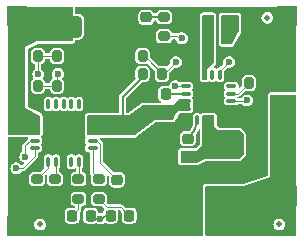
<source format=gtl>
%TF.GenerationSoftware,KiCad,Pcbnew,8.0.7*%
%TF.CreationDate,2024-12-30T16:44:34+01:00*%
%TF.ProjectId,arnie48,61726e69-6534-4382-9e6b-696361645f70,rev?*%
%TF.SameCoordinates,Original*%
%TF.FileFunction,Copper,L1,Top*%
%TF.FilePolarity,Positive*%
%FSLAX46Y46*%
G04 Gerber Fmt 4.6, Leading zero omitted, Abs format (unit mm)*
G04 Created by KiCad (PCBNEW 8.0.7) date 2024-12-30 16:44:34*
%MOMM*%
%LPD*%
G01*
G04 APERTURE LIST*
G04 Aperture macros list*
%AMRoundRect*
0 Rectangle with rounded corners*
0 $1 Rounding radius*
0 $2 $3 $4 $5 $6 $7 $8 $9 X,Y pos of 4 corners*
0 Add a 4 corners polygon primitive as box body*
4,1,4,$2,$3,$4,$5,$6,$7,$8,$9,$2,$3,0*
0 Add four circle primitives for the rounded corners*
1,1,$1+$1,$2,$3*
1,1,$1+$1,$4,$5*
1,1,$1+$1,$6,$7*
1,1,$1+$1,$8,$9*
0 Add four rect primitives between the rounded corners*
20,1,$1+$1,$2,$3,$4,$5,0*
20,1,$1+$1,$4,$5,$6,$7,0*
20,1,$1+$1,$6,$7,$8,$9,0*
20,1,$1+$1,$8,$9,$2,$3,0*%
G04 Aperture macros list end*
%TA.AperFunction,SMDPad,CuDef*%
%ADD10C,0.500000*%
%TD*%
%TA.AperFunction,SMDPad,CuDef*%
%ADD11RoundRect,0.225000X0.225000X0.250000X-0.225000X0.250000X-0.225000X-0.250000X0.225000X-0.250000X0*%
%TD*%
%TA.AperFunction,SMDPad,CuDef*%
%ADD12RoundRect,0.200000X0.275000X-0.200000X0.275000X0.200000X-0.275000X0.200000X-0.275000X-0.200000X0*%
%TD*%
%TA.AperFunction,SMDPad,CuDef*%
%ADD13RoundRect,0.218750X0.218750X0.256250X-0.218750X0.256250X-0.218750X-0.256250X0.218750X-0.256250X0*%
%TD*%
%TA.AperFunction,SMDPad,CuDef*%
%ADD14RoundRect,0.200000X-0.200000X-0.275000X0.200000X-0.275000X0.200000X0.275000X-0.200000X0.275000X0*%
%TD*%
%TA.AperFunction,SMDPad,CuDef*%
%ADD15RoundRect,0.200000X0.200000X0.275000X-0.200000X0.275000X-0.200000X-0.275000X0.200000X-0.275000X0*%
%TD*%
%TA.AperFunction,SMDPad,CuDef*%
%ADD16RoundRect,0.075000X-0.337500X-0.075000X0.337500X-0.075000X0.337500X0.075000X-0.337500X0.075000X0*%
%TD*%
%TA.AperFunction,SMDPad,CuDef*%
%ADD17RoundRect,0.075000X-0.075000X-0.337500X0.075000X-0.337500X0.075000X0.337500X-0.075000X0.337500X0*%
%TD*%
%TA.AperFunction,HeatsinkPad*%
%ADD18R,3.250000X3.250000*%
%TD*%
%TA.AperFunction,HeatsinkPad*%
%ADD19R,2.600000X2.600000*%
%TD*%
%TA.AperFunction,SMDPad,CuDef*%
%ADD20RoundRect,0.450000X-0.450000X0.550000X-0.450000X-0.550000X0.450000X-0.550000X0.450000X0.550000X0*%
%TD*%
%TA.AperFunction,SMDPad,CuDef*%
%ADD21RoundRect,0.200000X-0.275000X0.200000X-0.275000X-0.200000X0.275000X-0.200000X0.275000X0.200000X0*%
%TD*%
%TA.AperFunction,SMDPad,CuDef*%
%ADD22RoundRect,0.218750X0.256250X-0.218750X0.256250X0.218750X-0.256250X0.218750X-0.256250X-0.218750X0*%
%TD*%
%TA.AperFunction,SMDPad,CuDef*%
%ADD23RoundRect,0.225000X-0.250000X0.225000X-0.250000X-0.225000X0.250000X-0.225000X0.250000X0.225000X0*%
%TD*%
%TA.AperFunction,SMDPad,CuDef*%
%ADD24RoundRect,0.250000X1.000000X0.650000X-1.000000X0.650000X-1.000000X-0.650000X1.000000X-0.650000X0*%
%TD*%
%TA.AperFunction,SMDPad,CuDef*%
%ADD25RoundRect,0.218750X-0.218750X-0.256250X0.218750X-0.256250X0.218750X0.256250X-0.218750X0.256250X0*%
%TD*%
%TA.AperFunction,SMDPad,CuDef*%
%ADD26RoundRect,0.250000X-1.100000X0.325000X-1.100000X-0.325000X1.100000X-0.325000X1.100000X0.325000X0*%
%TD*%
%TA.AperFunction,ComponentPad*%
%ADD27R,1.700000X1.700000*%
%TD*%
%TA.AperFunction,ViaPad*%
%ADD28C,0.600000*%
%TD*%
%TA.AperFunction,Conductor*%
%ADD29C,0.100000*%
%TD*%
%TA.AperFunction,Conductor*%
%ADD30C,0.200000*%
%TD*%
%TA.AperFunction,Conductor*%
%ADD31C,0.125000*%
%TD*%
G04 APERTURE END LIST*
D10*
%TO.P,REF\u002A\u002A,*%
%TO.N,*%
X97250000Y-106250000D03*
%TD*%
D11*
%TO.P,C7,1*%
%TO.N,Vout*%
X93775000Y-108000000D03*
%TO.P,C7,2*%
%TO.N,/DCDC_FB*%
X92225000Y-108000000D03*
%TD*%
D12*
%TO.P,R12,1*%
%TO.N,Net-(U2-PG)*%
X88500000Y-107825000D03*
%TO.P,R12,2*%
%TO.N,Net-(D2-A)*%
X88500000Y-106175000D03*
%TD*%
D10*
%TO.P,REF\u002A\u002A,*%
%TO.N,*%
X78000000Y-123750000D03*
%TD*%
D13*
%TO.P,D4,1,K*%
%TO.N,Net-(D4-K)*%
X85537500Y-123000000D03*
%TO.P,D4,2,A*%
%TO.N,Vout*%
X83962500Y-123000000D03*
%TD*%
D14*
%TO.P,R11,1*%
%TO.N,/DCDC_FS*%
X95675000Y-111750000D03*
%TO.P,R11,2*%
%TO.N,GND*%
X97325000Y-111750000D03*
%TD*%
D11*
%TO.P,C8,1*%
%TO.N,Vout*%
X98275000Y-113300000D03*
%TO.P,C8,2*%
%TO.N,GND*%
X96725000Y-113300000D03*
%TD*%
D15*
%TO.P,R9,1*%
%TO.N,/DCDC_UVLO*%
X88325000Y-111000000D03*
%TO.P,R9,2*%
%TO.N,VIN*%
X86675000Y-111000000D03*
%TD*%
D16*
%TO.P,U1,1,IN*%
%TO.N,Vin*%
X77562500Y-114700000D03*
%TO.P,U1,2,IN*%
X77562500Y-115350000D03*
%TO.P,U1,3,IN*%
X77562500Y-116000000D03*
%TO.P,U1,4,UVLO*%
%TO.N,/ID_UVLO*%
X77562500Y-116650000D03*
%TO.P,U1,5,OVLO*%
%TO.N,/ID_OVLO*%
X77562500Y-117300000D03*
D17*
%TO.P,U1,6,CLMODE*%
%TO.N,/ID_CLMODE*%
X78700000Y-118437500D03*
%TO.P,U1,7,SETI*%
%TO.N,/ID_SETI*%
X79350000Y-118437500D03*
%TO.P,U1,8,GND*%
%TO.N,GND*%
X80000000Y-118437500D03*
%TO.P,U1,9,EN*%
%TO.N,unconnected-(U1-EN-Pad9)*%
X80650000Y-118437500D03*
%TO.P,U1,10,UVOV*%
%TO.N,/ID_UVOV*%
X81300000Y-118437500D03*
D16*
%TO.P,U1,11,~{FLAG}*%
%TO.N,/~{ID_FLAG}*%
X82437500Y-117300000D03*
%TO.P,U1,12,TSTART*%
%TO.N,/ID_TSTART*%
X82437500Y-116650000D03*
%TO.P,U1,13,OUT*%
%TO.N,VIN*%
X82437500Y-116000000D03*
%TO.P,U1,14,OUT*%
X82437500Y-115350000D03*
%TO.P,U1,15,OUT*%
X82437500Y-114700000D03*
D17*
%TO.P,U1,16,N.C*%
%TO.N,unconnected-(U1-N.C-Pad16)*%
X81300000Y-113562500D03*
%TO.P,U1,17,N.C*%
%TO.N,unconnected-(U1-N.C-Pad17)*%
X80650000Y-113562500D03*
%TO.P,U1,18,N.C*%
%TO.N,unconnected-(U1-N.C-Pad18)*%
X80000000Y-113562500D03*
%TO.P,U1,19,N.C*%
%TO.N,unconnected-(U1-N.C-Pad19)*%
X79350000Y-113562500D03*
%TO.P,U1,20,N.C*%
%TO.N,unconnected-(U1-N.C-Pad20)*%
X78700000Y-113562500D03*
D18*
%TO.P,U1,21,GND*%
%TO.N,GND*%
X80000000Y-116000000D03*
%TD*%
D16*
%TO.P,U2,1,BIAS*%
%TO.N,Vout*%
X90312500Y-112025000D03*
%TO.P,U2,2,VCC*%
%TO.N,/DCDC_VCC*%
X90312500Y-112675000D03*
%TO.P,U2,3,VIN*%
%TO.N,VIN*%
X90312500Y-113325000D03*
%TO.P,U2,4,VIN*%
X90312500Y-113975000D03*
D17*
%TO.P,U2,5,BST*%
%TO.N,/DCDC_BST*%
X91275000Y-114937500D03*
%TO.P,U2,6,SW*%
%TO.N,/DCDC_SW*%
X91925000Y-114937500D03*
%TO.P,U2,7,SW*%
X92575000Y-114937500D03*
%TO.P,U2,8,PGND*%
%TO.N,GND*%
X93225000Y-114937500D03*
D16*
%TO.P,U2,9,PGND*%
X94187500Y-113975000D03*
%TO.P,U2,10,EN*%
%TO.N,/DCDC_UVLO*%
X94187500Y-113325000D03*
%TO.P,U2,11,FS*%
%TO.N,/DCDC_FS*%
X94187500Y-112675000D03*
%TO.P,U2,12,MSYNC*%
%TO.N,unconnected-(U2-MSYNC-Pad12)*%
X94187500Y-112025000D03*
D17*
%TO.P,U2,13,PG*%
%TO.N,Net-(U2-PG)*%
X93225000Y-111062500D03*
%TO.P,U2,14,SS/TR*%
%TO.N,unconnected-(U2-SS{slash}TR-Pad14)*%
X92575000Y-111062500D03*
%TO.P,U2,15,FB*%
%TO.N,/DCDC_FB*%
X91925000Y-111062500D03*
%TO.P,U2,16,GND*%
%TO.N,GND*%
X91275000Y-111062500D03*
D19*
%TO.P,U2,17,GND*%
X92250000Y-113000000D03*
%TD*%
D15*
%TO.P,R14,1*%
%TO.N,/DCDC_FB*%
X92225000Y-109500000D03*
%TO.P,R14,2*%
%TO.N,GND*%
X90575000Y-109500000D03*
%TD*%
D20*
%TO.P,L1,1*%
%TO.N,/DCDC_SW*%
X94250000Y-117000000D03*
%TO.P,L1,2*%
%TO.N,Vout*%
X94250000Y-121500000D03*
%TD*%
D12*
%TO.P,R8,1*%
%TO.N,Net-(D4-K)*%
X83000000Y-121575000D03*
%TO.P,R8,2*%
%TO.N,/~{ID_FLAG}*%
X83000000Y-119925000D03*
%TD*%
D15*
%TO.P,R13,1*%
%TO.N,Vout*%
X93825000Y-106500000D03*
%TO.P,R13,2*%
%TO.N,/DCDC_FB*%
X92175000Y-106500000D03*
%TD*%
D21*
%TO.P,R6,1*%
%TO.N,/ID_CLMODE*%
X77750000Y-119925000D03*
%TO.P,R6,2*%
%TO.N,GND*%
X77750000Y-121575000D03*
%TD*%
D14*
%TO.P,R10,1*%
%TO.N,/DCDC_UVLO*%
X86675000Y-109500000D03*
%TO.P,R10,2*%
%TO.N,GND*%
X88325000Y-109500000D03*
%TD*%
D11*
%TO.P,C6,1*%
%TO.N,/DCDC_VCC*%
X88625000Y-112700000D03*
%TO.P,C6,2*%
%TO.N,GND*%
X87075000Y-112700000D03*
%TD*%
D22*
%TO.P,D2,1,K*%
%TO.N,GND*%
X87000000Y-107787500D03*
%TO.P,D2,2,A*%
%TO.N,Net-(D2-A)*%
X87000000Y-106212500D03*
%TD*%
D23*
%TO.P,C2,1*%
%TO.N,/ID_TSTART*%
X84500000Y-119975000D03*
%TO.P,C2,2*%
%TO.N,GND*%
X84500000Y-121525000D03*
%TD*%
D14*
%TO.P,R1,1*%
%TO.N,Vin*%
X76175000Y-109500000D03*
%TO.P,R1,2*%
%TO.N,/ID_UVLO*%
X77825000Y-109500000D03*
%TD*%
%TO.P,R3,1*%
%TO.N,Vin*%
X76175000Y-112000000D03*
%TO.P,R3,2*%
%TO.N,/ID_OVLO*%
X77825000Y-112000000D03*
%TD*%
D12*
%TO.P,R7,1*%
%TO.N,Net-(D3-K)*%
X81250000Y-121575000D03*
%TO.P,R7,2*%
%TO.N,/ID_UVOV*%
X81250000Y-119925000D03*
%TD*%
D10*
%TO.P,REF\u002A\u002A,*%
%TO.N,*%
X98250000Y-123750000D03*
%TD*%
D14*
%TO.P,R2,1*%
%TO.N,/ID_UVLO*%
X79425000Y-109500000D03*
%TO.P,R2,2*%
%TO.N,GND*%
X81075000Y-109500000D03*
%TD*%
D24*
%TO.P,D1,1,A1*%
%TO.N,GND*%
X84250000Y-107000000D03*
%TO.P,D1,2,A2*%
%TO.N,Vin*%
X80250000Y-107000000D03*
%TD*%
D21*
%TO.P,R5,1*%
%TO.N,/ID_SETI*%
X79250000Y-119925000D03*
%TO.P,R5,2*%
%TO.N,GND*%
X79250000Y-121575000D03*
%TD*%
D11*
%TO.P,C9,1*%
%TO.N,Vout*%
X98275000Y-114800000D03*
%TO.P,C9,2*%
%TO.N,GND*%
X96725000Y-114800000D03*
%TD*%
D23*
%TO.P,C5,1*%
%TO.N,/DCDC_BST*%
X90500000Y-116475000D03*
%TO.P,C5,2*%
%TO.N,/DCDC_SW*%
X90500000Y-118025000D03*
%TD*%
D14*
%TO.P,R4,1*%
%TO.N,/ID_OVLO*%
X79425000Y-112000000D03*
%TO.P,R4,2*%
%TO.N,GND*%
X81075000Y-112000000D03*
%TD*%
D25*
%TO.P,D3,1,K*%
%TO.N,Net-(D3-K)*%
X80712500Y-123000000D03*
%TO.P,D3,2,A*%
%TO.N,Vout*%
X82287500Y-123000000D03*
%TD*%
D26*
%TO.P,C3,1*%
%TO.N,VIN*%
X88000000Y-114275000D03*
%TO.P,C3,2*%
%TO.N,GND*%
X88000000Y-117225000D03*
%TD*%
D23*
%TO.P,C1,1*%
%TO.N,Vin*%
X76000000Y-115475000D03*
%TO.P,C1,2*%
%TO.N,GND*%
X76000000Y-117025000D03*
%TD*%
D27*
%TO.P,J3,1,Pin_1*%
%TO.N,GND*%
X98930000Y-106110000D03*
%TD*%
%TO.P,J4,1,Pin_1*%
%TO.N,GND*%
X76070000Y-123890000D03*
%TD*%
%TO.P,J1,1,Pin_1*%
%TO.N,Vin*%
X76070000Y-106110000D03*
%TD*%
%TO.P,J2,1,Pin_1*%
%TO.N,Vout*%
X98930000Y-121350000D03*
%TD*%
D28*
%TO.N,GND*%
X86000000Y-117250000D03*
X95250000Y-119000000D03*
X83800000Y-113250000D03*
X91000000Y-106500000D03*
X89500000Y-111000000D03*
X97700000Y-109700000D03*
X86000000Y-113250000D03*
X95500000Y-115250000D03*
X88000000Y-115750000D03*
X99250000Y-111250000D03*
X83800000Y-117250000D03*
X89500000Y-109000000D03*
X80400000Y-110800000D03*
X83000000Y-109250000D03*
X84000000Y-109250000D03*
%TO.N,Vout*%
X89450000Y-112038181D03*
X96250000Y-121500000D03*
X94450000Y-107350000D03*
X99250000Y-114500000D03*
X92500000Y-122750000D03*
X99250000Y-124250000D03*
X92500000Y-121500000D03*
X98000000Y-119000000D03*
X83100000Y-123250000D03*
%TO.N,/ID_UVLO*%
X76750000Y-118000000D03*
X77862201Y-111025000D03*
%TO.N,/ID_OVLO*%
X76000000Y-119000000D03*
X79500000Y-111000000D03*
%TO.N,/DCDC_UVLO*%
X89500000Y-110000000D03*
X95500000Y-113250000D03*
%TO.N,Net-(U2-PG)*%
X94000000Y-110000000D03*
X90000000Y-108000000D03*
%TD*%
D29*
%TO.N,/ID_TSTART*%
X83100000Y-116900001D02*
X83100000Y-118575000D01*
X82849999Y-116650000D02*
X83100000Y-116900001D01*
X82437500Y-116650000D02*
X82849999Y-116650000D01*
X83100000Y-118575000D02*
X84500000Y-119975000D01*
D30*
%TO.N,VIN*%
X85000000Y-112925000D02*
X86925000Y-111000000D01*
X85000000Y-115000000D02*
X85000000Y-112925000D01*
%TO.N,/DCDC_BST*%
X90500000Y-116475000D02*
X90735831Y-116239169D01*
X90735831Y-116239169D02*
G75*
G03*
X91275011Y-114937500I-1301631J1301669D01*
G01*
%TO.N,/DCDC_VCC*%
X90312500Y-112675000D02*
X88625000Y-112675000D01*
X88625000Y-112675000D02*
X88625000Y-112700000D01*
D31*
%TO.N,Vout*%
X90312500Y-112025000D02*
X89463181Y-112025000D01*
D30*
X83962500Y-123000000D02*
X83500000Y-123000000D01*
D31*
X89463181Y-112025000D02*
X89450000Y-112038181D01*
D30*
X83250000Y-123250000D02*
X82537500Y-123250000D01*
X83500000Y-123000000D02*
X83250000Y-123250000D01*
X82537500Y-123250000D02*
X82287500Y-123000000D01*
%TO.N,Net-(D2-A)*%
X88500000Y-106175000D02*
X87000000Y-106175000D01*
D29*
%TO.N,/ID_UVLO*%
X76750000Y-117050001D02*
X77150001Y-116650000D01*
X76750000Y-118000000D02*
X76750000Y-117050001D01*
X77150001Y-116650000D02*
X77562500Y-116650000D01*
X77825000Y-109500000D02*
X79425000Y-109500000D01*
X77862201Y-111025000D02*
X77825000Y-110987799D01*
X77825000Y-110987799D02*
X77825000Y-109500000D01*
%TO.N,/ID_OVLO*%
X76527818Y-119000000D02*
X77562500Y-117965318D01*
X77825000Y-112000000D02*
X79425000Y-112000000D01*
X76000000Y-119000000D02*
X76527818Y-119000000D01*
X77562500Y-117965318D02*
X77562500Y-117300000D01*
X79425000Y-112000000D02*
X79425000Y-111181066D01*
X76000000Y-119000000D02*
X76065200Y-118938562D01*
X79425000Y-111181066D02*
G75*
G02*
X79500010Y-111000010I256100J-34D01*
G01*
%TO.N,/ID_SETI*%
X79350000Y-118437500D02*
X79350000Y-119825000D01*
X79350000Y-119825000D02*
X79250000Y-119925000D01*
%TO.N,/ID_CLMODE*%
X78700000Y-118975000D02*
X77750000Y-119925000D01*
X78700000Y-118437500D02*
X78700000Y-118975000D01*
%TO.N,/ID_UVOV*%
X81300000Y-119875000D02*
X81250000Y-119925000D01*
X81300000Y-118437500D02*
X81300000Y-119875000D01*
%TO.N,/~{ID_FLAG}*%
X82437500Y-117300000D02*
X82437500Y-119362500D01*
X82437500Y-119362500D02*
X83000000Y-119925000D01*
D31*
%TO.N,/DCDC_UVLO*%
X86931066Y-109606066D02*
X88325000Y-111000000D01*
X89500000Y-110000000D02*
X88500000Y-111000000D01*
X94187500Y-113325000D02*
X95425000Y-113325000D01*
X95425000Y-113325000D02*
X95500000Y-113250000D01*
D30*
X88500000Y-111000000D02*
X88325000Y-111000000D01*
X88575000Y-111000000D02*
G75*
G02*
X88318941Y-110893927I0J362100D01*
G01*
D31*
%TO.N,/DCDC_FS*%
X94187500Y-112675000D02*
X94750000Y-112675000D01*
X94750000Y-112675000D02*
X95675000Y-111750000D01*
%TO.N,Net-(U2-PG)*%
X88500000Y-107825000D02*
X89577513Y-107825000D01*
X93428293Y-110571707D02*
X94000000Y-110000000D01*
X89577513Y-107825000D02*
G75*
G02*
X89999996Y-108000004I-13J-597500D01*
G01*
X93225000Y-111062500D02*
G75*
G02*
X93428290Y-110571704I694100J0D01*
G01*
D29*
%TO.N,Net-(D3-K)*%
X81250000Y-122462500D02*
X80712500Y-123000000D01*
X81250000Y-121575000D02*
X81250000Y-122462500D01*
%TO.N,Net-(D4-K)*%
X84812500Y-122275000D02*
X85537500Y-123000000D01*
X83000000Y-121575000D02*
X83000000Y-121787500D01*
X83700000Y-122275000D02*
X84812500Y-122275000D01*
X83000000Y-121575000D02*
X83700000Y-122275000D01*
%TD*%
%TA.AperFunction,Conductor*%
%TO.N,Vin*%
G36*
X75726487Y-105318513D02*
G01*
X75744500Y-105362000D01*
X75744500Y-105652855D01*
X75766680Y-105735633D01*
X75766681Y-105735635D01*
X75766682Y-105735638D01*
X75809535Y-105809862D01*
X75870138Y-105870465D01*
X75944362Y-105913318D01*
X75944366Y-105913319D01*
X76027145Y-105935500D01*
X76027147Y-105935500D01*
X76112854Y-105935500D01*
X76149353Y-105925719D01*
X76195638Y-105913318D01*
X76269862Y-105870465D01*
X76330465Y-105809862D01*
X76373318Y-105735638D01*
X76381925Y-105703515D01*
X76395500Y-105652855D01*
X76395500Y-105362000D01*
X76413513Y-105318513D01*
X76457000Y-105300500D01*
X80688500Y-105300500D01*
X80731987Y-105318513D01*
X80750000Y-105362000D01*
X80750000Y-108188500D01*
X80731987Y-108231987D01*
X80688500Y-108250000D01*
X77750000Y-108250000D01*
X76750000Y-108745000D01*
X76750000Y-113900000D01*
X77966874Y-114532774D01*
X77997145Y-114568817D01*
X78000000Y-114587337D01*
X78000000Y-116088500D01*
X77981987Y-116131987D01*
X77938500Y-116150000D01*
X75362000Y-116150000D01*
X75318513Y-116131987D01*
X75300500Y-116088500D01*
X75300500Y-105362000D01*
X75318513Y-105318513D01*
X75362000Y-105300500D01*
X75683000Y-105300500D01*
X75726487Y-105318513D01*
G37*
%TD.AperFunction*%
%TD*%
%TA.AperFunction,Conductor*%
%TO.N,/DCDC_SW*%
G36*
X92731987Y-114518513D02*
G01*
X92750000Y-114562000D01*
X92750000Y-115450000D01*
X93050000Y-115750000D01*
X94824526Y-115750000D01*
X94868013Y-115768013D01*
X95231987Y-116131987D01*
X95250000Y-116175474D01*
X95250000Y-117774526D01*
X95231987Y-117818013D01*
X94868013Y-118181987D01*
X94824526Y-118200000D01*
X91999997Y-118200000D01*
X91262364Y-118544230D01*
X91236357Y-118550000D01*
X89961500Y-118550000D01*
X89918013Y-118531987D01*
X89900000Y-118488500D01*
X89900000Y-117561500D01*
X89918013Y-117518013D01*
X89961500Y-117500000D01*
X91250000Y-117500000D01*
X91750000Y-117000000D01*
X91750000Y-114562000D01*
X91768013Y-114518513D01*
X91811500Y-114500500D01*
X92688500Y-114500500D01*
X92731987Y-114518513D01*
G37*
%TD.AperFunction*%
%TD*%
%TA.AperFunction,Conductor*%
%TO.N,/DCDC_FB*%
G36*
X92681987Y-106018013D02*
G01*
X92700000Y-106061500D01*
X92700000Y-110024526D01*
X92681987Y-110068013D01*
X92150000Y-110600000D01*
X92150000Y-111438000D01*
X92131987Y-111481487D01*
X92088500Y-111499500D01*
X91811500Y-111499500D01*
X91768013Y-111481487D01*
X91750000Y-111438000D01*
X91750000Y-106061500D01*
X91768013Y-106018013D01*
X91811500Y-106000000D01*
X92638500Y-106000000D01*
X92681987Y-106018013D01*
G37*
%TD.AperFunction*%
%TD*%
%TA.AperFunction,Conductor*%
%TO.N,VIN*%
G36*
X90681987Y-113168013D02*
G01*
X90700000Y-113211500D01*
X90700000Y-114088500D01*
X90681987Y-114131987D01*
X90638500Y-114150000D01*
X89650000Y-114150000D01*
X89453727Y-114518013D01*
X89267365Y-114867441D01*
X89231006Y-114897335D01*
X89213100Y-114900000D01*
X87749999Y-114900000D01*
X86016330Y-116187869D01*
X85979656Y-116200000D01*
X82061500Y-116200000D01*
X82018013Y-116181987D01*
X82000000Y-116138500D01*
X82000000Y-114561500D01*
X82018013Y-114518013D01*
X82061500Y-114500000D01*
X85500001Y-114500000D01*
X86734347Y-113660644D01*
X86768929Y-113650000D01*
X89250000Y-113650000D01*
X89731987Y-113168013D01*
X89775474Y-113150000D01*
X90638500Y-113150000D01*
X90681987Y-113168013D01*
G37*
%TD.AperFunction*%
%TD*%
%TA.AperFunction,Conductor*%
%TO.N,Vout*%
G36*
X94781987Y-106043013D02*
G01*
X94800000Y-106086500D01*
X94800000Y-107434867D01*
X94792979Y-107463403D01*
X94267267Y-108467036D01*
X94231132Y-108497201D01*
X94212788Y-108500000D01*
X93411500Y-108500000D01*
X93368013Y-108481987D01*
X93350000Y-108438500D01*
X93350000Y-106086500D01*
X93368013Y-106043013D01*
X93411500Y-106025000D01*
X94738500Y-106025000D01*
X94781987Y-106043013D01*
G37*
%TD.AperFunction*%
%TD*%
%TA.AperFunction,Conductor*%
%TO.N,GND*%
G36*
X98586487Y-105318513D02*
G01*
X98604500Y-105362000D01*
X98604500Y-105652855D01*
X98626680Y-105735633D01*
X98626681Y-105735635D01*
X98626682Y-105735638D01*
X98669535Y-105809862D01*
X98730138Y-105870465D01*
X98804362Y-105913318D01*
X98814145Y-105915939D01*
X98887145Y-105935500D01*
X98887147Y-105935500D01*
X98972854Y-105935500D01*
X99026867Y-105921027D01*
X99049793Y-105914884D01*
X99096461Y-105921027D01*
X99125115Y-105958370D01*
X99125116Y-105990205D01*
X99104500Y-106067147D01*
X99104500Y-106152855D01*
X99126680Y-106235633D01*
X99126681Y-106235635D01*
X99126682Y-106235638D01*
X99169535Y-106309862D01*
X99230138Y-106370465D01*
X99304362Y-106413318D01*
X99304366Y-106413319D01*
X99387145Y-106435500D01*
X99387147Y-106435500D01*
X99638000Y-106435500D01*
X99681487Y-106453513D01*
X99699500Y-106497000D01*
X99699500Y-112483000D01*
X99681487Y-112526487D01*
X99638000Y-112544500D01*
X97561497Y-112544500D01*
X97482864Y-112560141D01*
X97482847Y-112560146D01*
X97439376Y-112578152D01*
X97439375Y-112578153D01*
X97381079Y-112614782D01*
X97328154Y-112689372D01*
X97310146Y-112732847D01*
X97310141Y-112732864D01*
X97294500Y-112811496D01*
X97294500Y-119557557D01*
X97276487Y-119601044D01*
X97252448Y-119615901D01*
X95226122Y-120291344D01*
X95206674Y-120294500D01*
X92061497Y-120294500D01*
X91982864Y-120310141D01*
X91982847Y-120310146D01*
X91939376Y-120328152D01*
X91939375Y-120328153D01*
X91881079Y-120364782D01*
X91828154Y-120439372D01*
X91810146Y-120482847D01*
X91810141Y-120482864D01*
X91794500Y-120561496D01*
X91794500Y-124638000D01*
X91776487Y-124681487D01*
X91733000Y-124699500D01*
X75362000Y-124699500D01*
X75318513Y-124681487D01*
X75300500Y-124638000D01*
X75300500Y-123749999D01*
X77494353Y-123749999D01*
X77494353Y-123750000D01*
X77514835Y-123892457D01*
X77514836Y-123892461D01*
X77574622Y-124023371D01*
X77574622Y-124023372D01*
X77574623Y-124023373D01*
X77668872Y-124132143D01*
X77789947Y-124209953D01*
X77928039Y-124250500D01*
X78071961Y-124250500D01*
X78210053Y-124209953D01*
X78331128Y-124132143D01*
X78425377Y-124023373D01*
X78485165Y-123892457D01*
X78505647Y-123750000D01*
X78485165Y-123607543D01*
X78483989Y-123604969D01*
X78438679Y-123505754D01*
X78425377Y-123476627D01*
X78331128Y-123367857D01*
X78331125Y-123367855D01*
X78331124Y-123367854D01*
X78210055Y-123290048D01*
X78210048Y-123290045D01*
X78121076Y-123263921D01*
X78071961Y-123249500D01*
X77928039Y-123249500D01*
X77789951Y-123290045D01*
X77789944Y-123290048D01*
X77668875Y-123367854D01*
X77668874Y-123367855D01*
X77574622Y-123476627D01*
X77574622Y-123476628D01*
X77514836Y-123607538D01*
X77514835Y-123607542D01*
X77494353Y-123749999D01*
X75300500Y-123749999D01*
X75300500Y-122710750D01*
X80074500Y-122710750D01*
X80074500Y-123289249D01*
X80090048Y-123387418D01*
X80090048Y-123387419D01*
X80090049Y-123387420D01*
X80135502Y-123476627D01*
X80150344Y-123505754D01*
X80244245Y-123599655D01*
X80244247Y-123599656D01*
X80244249Y-123599658D01*
X80362580Y-123659951D01*
X80460754Y-123675500D01*
X80460758Y-123675500D01*
X80964242Y-123675500D01*
X80964246Y-123675500D01*
X81062420Y-123659951D01*
X81180751Y-123599658D01*
X81274658Y-123505751D01*
X81334951Y-123387420D01*
X81350500Y-123289246D01*
X81350500Y-122741734D01*
X81363332Y-122710750D01*
X81649500Y-122710750D01*
X81649500Y-123289249D01*
X81665048Y-123387418D01*
X81665048Y-123387419D01*
X81665049Y-123387420D01*
X81710502Y-123476627D01*
X81725344Y-123505754D01*
X81819245Y-123599655D01*
X81819247Y-123599656D01*
X81819249Y-123599658D01*
X81937580Y-123659951D01*
X82035754Y-123675500D01*
X82035758Y-123675500D01*
X82539242Y-123675500D01*
X82539246Y-123675500D01*
X82637420Y-123659951D01*
X82703507Y-123626276D01*
X82750432Y-123622584D01*
X82764632Y-123630602D01*
X82765171Y-123629765D01*
X82812142Y-123659951D01*
X82889947Y-123709953D01*
X83028039Y-123750500D01*
X83171961Y-123750500D01*
X83310053Y-123709953D01*
X83431128Y-123632143D01*
X83438470Y-123623668D01*
X83480559Y-123602599D01*
X83512866Y-123609144D01*
X83612580Y-123659951D01*
X83710754Y-123675500D01*
X83710758Y-123675500D01*
X84214242Y-123675500D01*
X84214246Y-123675500D01*
X84312420Y-123659951D01*
X84430751Y-123599658D01*
X84524658Y-123505751D01*
X84584951Y-123387420D01*
X84600500Y-123289246D01*
X84600500Y-122710754D01*
X84584951Y-122612580D01*
X84584949Y-122612576D01*
X84583456Y-122607979D01*
X84585545Y-122607300D01*
X84582448Y-122568001D01*
X84613015Y-122532206D01*
X84640940Y-122525500D01*
X84683265Y-122525500D01*
X84726752Y-122543513D01*
X84881487Y-122698247D01*
X84899500Y-122741734D01*
X84899500Y-123289249D01*
X84915048Y-123387418D01*
X84915048Y-123387419D01*
X84915049Y-123387420D01*
X84960502Y-123476627D01*
X84975344Y-123505754D01*
X85069245Y-123599655D01*
X85069247Y-123599656D01*
X85069249Y-123599658D01*
X85187580Y-123659951D01*
X85285754Y-123675500D01*
X85285758Y-123675500D01*
X85789242Y-123675500D01*
X85789246Y-123675500D01*
X85887420Y-123659951D01*
X86005751Y-123599658D01*
X86099658Y-123505751D01*
X86159951Y-123387420D01*
X86175500Y-123289246D01*
X86175500Y-122710754D01*
X86159951Y-122612580D01*
X86099658Y-122494249D01*
X86099656Y-122494247D01*
X86099655Y-122494245D01*
X86005754Y-122400344D01*
X86005751Y-122400342D01*
X85887420Y-122340049D01*
X85887419Y-122340048D01*
X85887418Y-122340048D01*
X85789249Y-122324500D01*
X85789246Y-122324500D01*
X85285754Y-122324500D01*
X85285745Y-122324500D01*
X85256710Y-122329099D01*
X85210941Y-122318110D01*
X85203604Y-122311843D01*
X84954397Y-122062636D01*
X84862328Y-122024500D01*
X83829235Y-122024500D01*
X83785748Y-122006487D01*
X83685390Y-121906129D01*
X83667377Y-121862642D01*
X83668134Y-121853020D01*
X83675499Y-121806523D01*
X83675500Y-121806519D01*
X83675499Y-121343482D01*
X83660646Y-121249696D01*
X83603050Y-121136658D01*
X83603048Y-121136656D01*
X83603047Y-121136654D01*
X83513345Y-121046952D01*
X83513342Y-121046950D01*
X83400304Y-120989354D01*
X83400303Y-120989353D01*
X83400302Y-120989353D01*
X83324167Y-120977295D01*
X83306519Y-120974500D01*
X83306518Y-120974500D01*
X82693486Y-120974500D01*
X82693476Y-120974501D01*
X82599698Y-120989353D01*
X82486654Y-121046952D01*
X82396952Y-121136654D01*
X82339353Y-121249697D01*
X82324500Y-121343477D01*
X82324500Y-121806513D01*
X82324501Y-121806523D01*
X82339353Y-121900301D01*
X82339353Y-121900302D01*
X82339354Y-121900304D01*
X82396950Y-122013342D01*
X82396952Y-122013345D01*
X82486654Y-122103047D01*
X82486656Y-122103048D01*
X82486658Y-122103050D01*
X82599696Y-122160646D01*
X82693481Y-122175500D01*
X83220764Y-122175499D01*
X83264251Y-122193512D01*
X83439177Y-122368438D01*
X83457190Y-122411925D01*
X83439178Y-122455412D01*
X83400343Y-122494246D01*
X83340048Y-122612581D01*
X83324500Y-122710750D01*
X83324500Y-122712134D01*
X83324366Y-122712456D01*
X83324311Y-122713161D01*
X83324082Y-122713142D01*
X83306487Y-122755621D01*
X83263000Y-122773634D01*
X83245674Y-122771143D01*
X83171961Y-122749500D01*
X83028039Y-122749500D01*
X83028036Y-122749500D01*
X83003044Y-122756838D01*
X82956243Y-122751805D01*
X82926710Y-122715154D01*
X82924977Y-122707457D01*
X82909951Y-122612580D01*
X82849658Y-122494249D01*
X82849656Y-122494247D01*
X82849655Y-122494245D01*
X82755754Y-122400344D01*
X82755751Y-122400342D01*
X82637420Y-122340049D01*
X82637419Y-122340048D01*
X82637418Y-122340048D01*
X82539249Y-122324500D01*
X82539246Y-122324500D01*
X82035754Y-122324500D01*
X82035750Y-122324500D01*
X81937581Y-122340048D01*
X81819245Y-122400344D01*
X81725344Y-122494245D01*
X81665048Y-122612581D01*
X81649500Y-122710750D01*
X81363332Y-122710750D01*
X81368510Y-122698248D01*
X81383246Y-122683513D01*
X81383248Y-122683512D01*
X81391896Y-122674864D01*
X81391897Y-122674864D01*
X81462364Y-122604397D01*
X81473534Y-122577430D01*
X81500501Y-122512328D01*
X81500501Y-122412672D01*
X81500501Y-122407721D01*
X81500500Y-122407707D01*
X81500500Y-122236757D01*
X81518513Y-122193270D01*
X81554277Y-122176793D01*
X81554132Y-122175877D01*
X81574334Y-122172677D01*
X81650304Y-122160646D01*
X81763342Y-122103050D01*
X81853050Y-122013342D01*
X81910646Y-121900304D01*
X81925500Y-121806519D01*
X81925499Y-121343482D01*
X81910646Y-121249696D01*
X81853050Y-121136658D01*
X81853048Y-121136656D01*
X81853047Y-121136654D01*
X81763345Y-121046952D01*
X81763342Y-121046950D01*
X81650304Y-120989354D01*
X81650303Y-120989353D01*
X81650302Y-120989353D01*
X81574167Y-120977295D01*
X81556519Y-120974500D01*
X81556518Y-120974500D01*
X80943486Y-120974500D01*
X80943476Y-120974501D01*
X80849698Y-120989353D01*
X80736654Y-121046952D01*
X80646952Y-121136654D01*
X80589353Y-121249697D01*
X80574500Y-121343477D01*
X80574500Y-121806513D01*
X80574501Y-121806523D01*
X80589353Y-121900301D01*
X80589353Y-121900302D01*
X80589354Y-121900304D01*
X80646950Y-122013342D01*
X80646952Y-122013345D01*
X80736654Y-122103047D01*
X80736656Y-122103048D01*
X80736658Y-122103050D01*
X80849696Y-122160646D01*
X80943481Y-122175500D01*
X80945868Y-122175878D01*
X80945702Y-122176925D01*
X80984743Y-122196791D01*
X80999500Y-122236758D01*
X80999500Y-122263000D01*
X80981487Y-122306487D01*
X80938000Y-122324500D01*
X80460750Y-122324500D01*
X80362581Y-122340048D01*
X80244245Y-122400344D01*
X80150344Y-122494245D01*
X80090048Y-122612581D01*
X80074500Y-122710750D01*
X75300500Y-122710750D01*
X75300500Y-119693477D01*
X77074500Y-119693477D01*
X77074500Y-120156513D01*
X77074501Y-120156523D01*
X77089353Y-120250301D01*
X77089353Y-120250302D01*
X77089354Y-120250304D01*
X77146950Y-120363342D01*
X77146952Y-120363345D01*
X77236654Y-120453047D01*
X77236656Y-120453048D01*
X77236658Y-120453050D01*
X77349696Y-120510646D01*
X77443481Y-120525500D01*
X78056518Y-120525499D01*
X78150304Y-120510646D01*
X78263342Y-120453050D01*
X78353050Y-120363342D01*
X78410646Y-120250304D01*
X78425500Y-120156519D01*
X78425499Y-119693482D01*
X78418133Y-119646975D01*
X78429121Y-119601207D01*
X78435383Y-119593875D01*
X78485586Y-119543672D01*
X78529072Y-119525660D01*
X78572559Y-119543673D01*
X78590572Y-119587160D01*
X78589815Y-119596780D01*
X78574500Y-119693475D01*
X78574500Y-120156513D01*
X78574501Y-120156523D01*
X78589353Y-120250301D01*
X78589353Y-120250302D01*
X78589354Y-120250304D01*
X78646950Y-120363342D01*
X78646952Y-120363345D01*
X78736654Y-120453047D01*
X78736656Y-120453048D01*
X78736658Y-120453050D01*
X78849696Y-120510646D01*
X78943481Y-120525500D01*
X79556518Y-120525499D01*
X79650304Y-120510646D01*
X79763342Y-120453050D01*
X79853050Y-120363342D01*
X79910646Y-120250304D01*
X79925500Y-120156519D01*
X79925499Y-119693482D01*
X79910646Y-119599696D01*
X79853050Y-119486658D01*
X79853048Y-119486656D01*
X79853047Y-119486654D01*
X79763345Y-119396952D01*
X79763342Y-119396950D01*
X79650304Y-119339354D01*
X79650302Y-119339353D01*
X79650299Y-119339352D01*
X79645703Y-119337859D01*
X79646316Y-119335970D01*
X79612240Y-119315081D01*
X79600500Y-119278940D01*
X79600500Y-119021947D01*
X79618513Y-118978460D01*
X79620045Y-118977202D01*
X79623620Y-118973626D01*
X79623624Y-118973624D01*
X79684515Y-118882495D01*
X79700500Y-118802133D01*
X79700499Y-118072868D01*
X79700498Y-118072863D01*
X80299500Y-118072863D01*
X80299500Y-118802133D01*
X80299501Y-118802137D01*
X80315483Y-118882492D01*
X80315485Y-118882495D01*
X80376376Y-118973624D01*
X80467505Y-119034515D01*
X80547867Y-119050500D01*
X80752132Y-119050499D01*
X80752133Y-119050499D01*
X80752137Y-119050498D01*
X80832492Y-119034516D01*
X80832492Y-119034515D01*
X80832495Y-119034515D01*
X80923624Y-118973624D01*
X80923864Y-118973263D01*
X80924225Y-118973022D01*
X80927907Y-118969341D01*
X80928639Y-118970073D01*
X80963001Y-118947113D01*
X81009167Y-118956295D01*
X81026134Y-118973262D01*
X81026376Y-118973624D01*
X81026377Y-118973625D01*
X81030659Y-118977907D01*
X81028409Y-118980156D01*
X81048316Y-119009936D01*
X81049500Y-119021947D01*
X81049500Y-119263000D01*
X81031487Y-119306487D01*
X80988001Y-119324500D01*
X80943487Y-119324500D01*
X80943475Y-119324501D01*
X80849698Y-119339353D01*
X80736654Y-119396952D01*
X80646952Y-119486654D01*
X80589353Y-119599697D01*
X80574500Y-119693477D01*
X80574500Y-120156513D01*
X80574501Y-120156523D01*
X80589353Y-120250301D01*
X80589353Y-120250302D01*
X80589354Y-120250304D01*
X80646950Y-120363342D01*
X80646952Y-120363345D01*
X80736654Y-120453047D01*
X80736656Y-120453048D01*
X80736658Y-120453050D01*
X80849696Y-120510646D01*
X80943481Y-120525500D01*
X81556518Y-120525499D01*
X81650304Y-120510646D01*
X81763342Y-120453050D01*
X81853050Y-120363342D01*
X81910646Y-120250304D01*
X81925500Y-120156519D01*
X81925499Y-119693482D01*
X81910646Y-119599696D01*
X81853050Y-119486658D01*
X81853048Y-119486656D01*
X81853047Y-119486654D01*
X81763345Y-119396952D01*
X81763342Y-119396950D01*
X81650304Y-119339354D01*
X81650302Y-119339353D01*
X81650301Y-119339353D01*
X81602379Y-119331763D01*
X81562245Y-119307168D01*
X81550500Y-119271020D01*
X81550500Y-119021947D01*
X81568513Y-118978460D01*
X81570045Y-118977202D01*
X81573620Y-118973626D01*
X81573624Y-118973624D01*
X81634515Y-118882495D01*
X81650500Y-118802133D01*
X81650499Y-118072868D01*
X81650498Y-118072862D01*
X81634516Y-117992507D01*
X81634514Y-117992504D01*
X81624999Y-117978264D01*
X81573624Y-117901376D01*
X81482495Y-117840485D01*
X81482494Y-117840484D01*
X81402136Y-117824500D01*
X81197866Y-117824500D01*
X81197862Y-117824501D01*
X81117507Y-117840483D01*
X81117504Y-117840485D01*
X81026375Y-117901376D01*
X81026374Y-117901377D01*
X81026133Y-117901739D01*
X81025771Y-117901980D01*
X81022093Y-117905659D01*
X81021361Y-117904927D01*
X80986994Y-117927887D01*
X80940829Y-117918701D01*
X80923867Y-117901739D01*
X80923625Y-117901377D01*
X80923624Y-117901376D01*
X80832494Y-117840484D01*
X80752136Y-117824500D01*
X80547866Y-117824500D01*
X80547862Y-117824501D01*
X80467507Y-117840483D01*
X80467504Y-117840485D01*
X80376376Y-117901376D01*
X80315484Y-117992505D01*
X80299500Y-118072863D01*
X79700498Y-118072863D01*
X79700498Y-118072862D01*
X79684516Y-117992507D01*
X79684514Y-117992504D01*
X79674999Y-117978264D01*
X79623624Y-117901376D01*
X79532495Y-117840485D01*
X79532494Y-117840484D01*
X79452136Y-117824500D01*
X79247866Y-117824500D01*
X79247862Y-117824501D01*
X79167507Y-117840483D01*
X79167504Y-117840485D01*
X79076375Y-117901376D01*
X79076374Y-117901377D01*
X79076133Y-117901739D01*
X79075771Y-117901980D01*
X79072093Y-117905659D01*
X79071361Y-117904927D01*
X79036994Y-117927887D01*
X78990829Y-117918701D01*
X78973867Y-117901739D01*
X78973625Y-117901377D01*
X78973624Y-117901376D01*
X78882494Y-117840484D01*
X78802136Y-117824500D01*
X78597866Y-117824500D01*
X78597862Y-117824501D01*
X78517507Y-117840483D01*
X78517504Y-117840485D01*
X78426376Y-117901376D01*
X78365484Y-117992505D01*
X78349500Y-118072863D01*
X78349500Y-118802133D01*
X78349501Y-118802137D01*
X78365483Y-118882492D01*
X78365484Y-118882494D01*
X78366585Y-118884141D01*
X78366971Y-118886085D01*
X78367803Y-118888092D01*
X78367404Y-118888257D01*
X78375771Y-118930307D01*
X78358939Y-118961799D01*
X78014251Y-119306487D01*
X77970764Y-119324500D01*
X77443486Y-119324500D01*
X77443476Y-119324501D01*
X77349698Y-119339353D01*
X77236654Y-119396952D01*
X77146952Y-119486654D01*
X77089353Y-119599697D01*
X77074500Y-119693477D01*
X75300500Y-119693477D01*
X75300500Y-116417000D01*
X75318513Y-116373513D01*
X75362000Y-116355500D01*
X76925266Y-116355500D01*
X76968753Y-116373513D01*
X76986766Y-116417000D01*
X76976401Y-116451168D01*
X76965485Y-116467504D01*
X76963167Y-116473101D01*
X76961964Y-116472603D01*
X76949131Y-116496607D01*
X76937641Y-116508099D01*
X76937636Y-116508104D01*
X76599453Y-116846286D01*
X76537636Y-116908103D01*
X76499500Y-117000172D01*
X76499500Y-117532458D01*
X76481487Y-117575945D01*
X76471250Y-117584195D01*
X76418873Y-117617856D01*
X76324622Y-117726627D01*
X76324622Y-117726628D01*
X76264836Y-117857538D01*
X76264835Y-117857542D01*
X76244353Y-117999999D01*
X76244353Y-118000000D01*
X76264835Y-118142457D01*
X76264836Y-118142461D01*
X76324622Y-118273371D01*
X76324622Y-118273372D01*
X76324623Y-118273373D01*
X76418872Y-118382143D01*
X76418874Y-118382144D01*
X76418875Y-118382145D01*
X76430875Y-118389857D01*
X76539947Y-118459953D01*
X76539949Y-118459953D01*
X76539952Y-118459955D01*
X76559909Y-118465814D01*
X76574731Y-118470166D01*
X76611382Y-118499700D01*
X76616415Y-118546500D01*
X76600893Y-118572662D01*
X76482090Y-118691465D01*
X76438603Y-118709478D01*
X76395116Y-118691465D01*
X76392140Y-118688269D01*
X76331128Y-118617857D01*
X76331125Y-118617855D01*
X76331124Y-118617854D01*
X76210055Y-118540048D01*
X76210048Y-118540045D01*
X76121076Y-118513921D01*
X76071961Y-118499500D01*
X75928039Y-118499500D01*
X75789951Y-118540045D01*
X75789944Y-118540048D01*
X75668875Y-118617854D01*
X75668874Y-118617855D01*
X75574622Y-118726627D01*
X75574622Y-118726628D01*
X75514836Y-118857538D01*
X75514835Y-118857542D01*
X75494353Y-118999999D01*
X75494353Y-119000000D01*
X75514835Y-119142457D01*
X75514836Y-119142461D01*
X75574622Y-119273371D01*
X75574622Y-119273372D01*
X75574623Y-119273373D01*
X75668872Y-119382143D01*
X75789947Y-119459953D01*
X75928039Y-119500500D01*
X76071961Y-119500500D01*
X76210053Y-119459953D01*
X76331128Y-119382143D01*
X76425377Y-119273373D01*
X76425377Y-119273372D01*
X76426804Y-119271726D01*
X76468896Y-119250657D01*
X76473283Y-119250500D01*
X76577645Y-119250500D01*
X76577646Y-119250500D01*
X76669715Y-119212364D01*
X77774864Y-118107215D01*
X77813000Y-118015146D01*
X77813000Y-117915491D01*
X77813000Y-117711998D01*
X77831013Y-117668512D01*
X77874500Y-117650499D01*
X77927133Y-117650499D01*
X77927137Y-117650498D01*
X78007492Y-117634516D01*
X78007492Y-117634515D01*
X78007495Y-117634515D01*
X78098624Y-117573624D01*
X78159515Y-117482495D01*
X78175500Y-117402133D01*
X78175499Y-117197868D01*
X78175498Y-117197862D01*
X78159516Y-117117507D01*
X78159514Y-117117504D01*
X78154312Y-117109719D01*
X78098624Y-117026376D01*
X78098263Y-117026135D01*
X78098022Y-117025774D01*
X78094341Y-117022093D01*
X78095073Y-117021360D01*
X78072113Y-116986999D01*
X78081295Y-116940833D01*
X78098262Y-116923865D01*
X78098624Y-116923624D01*
X78159515Y-116832495D01*
X78175500Y-116752133D01*
X78175499Y-116547868D01*
X78167589Y-116508099D01*
X78159516Y-116467507D01*
X78159514Y-116467504D01*
X78159177Y-116467000D01*
X78098624Y-116376376D01*
X78098623Y-116376375D01*
X78096866Y-116373745D01*
X78087683Y-116327579D01*
X78113833Y-116288442D01*
X78115252Y-116287521D01*
X78118921Y-116285217D01*
X78171844Y-116210629D01*
X78186408Y-116175470D01*
X78189853Y-116167152D01*
X78189853Y-116167150D01*
X78189857Y-116167142D01*
X78205499Y-116088503D01*
X78205500Y-116088503D01*
X78205500Y-114587340D01*
X78205500Y-114587337D01*
X78203520Y-114561496D01*
X81794500Y-114561496D01*
X81794500Y-116138503D01*
X81810141Y-116217135D01*
X81810146Y-116217152D01*
X81828152Y-116260623D01*
X81828153Y-116260624D01*
X81864783Y-116318921D01*
X81866880Y-116320409D01*
X81868247Y-116322585D01*
X81868943Y-116323321D01*
X81868796Y-116323459D01*
X81891923Y-116360264D01*
X81882427Y-116404734D01*
X81840484Y-116467505D01*
X81824500Y-116547863D01*
X81824500Y-116752133D01*
X81824501Y-116752137D01*
X81840483Y-116832492D01*
X81840485Y-116832495D01*
X81901376Y-116923624D01*
X81901377Y-116923625D01*
X81901739Y-116923867D01*
X81901980Y-116924228D01*
X81905659Y-116927907D01*
X81904927Y-116928638D01*
X81927887Y-116963006D01*
X81918701Y-117009171D01*
X81901739Y-117026133D01*
X81901377Y-117026374D01*
X81901376Y-117026375D01*
X81840484Y-117117505D01*
X81824500Y-117197863D01*
X81824500Y-117402133D01*
X81824501Y-117402137D01*
X81840483Y-117482492D01*
X81840485Y-117482495D01*
X81901376Y-117573624D01*
X81992505Y-117634515D01*
X82072867Y-117650500D01*
X82125500Y-117650499D01*
X82168986Y-117668511D01*
X82187000Y-117711998D01*
X82187000Y-119412328D01*
X82225136Y-119504397D01*
X82314609Y-119593870D01*
X82332622Y-119637357D01*
X82331865Y-119646977D01*
X82324500Y-119693475D01*
X82324500Y-120156513D01*
X82324501Y-120156523D01*
X82339353Y-120250301D01*
X82339353Y-120250302D01*
X82339354Y-120250304D01*
X82396950Y-120363342D01*
X82396952Y-120363345D01*
X82486654Y-120453047D01*
X82486656Y-120453048D01*
X82486658Y-120453050D01*
X82599696Y-120510646D01*
X82693481Y-120525500D01*
X83306518Y-120525499D01*
X83400304Y-120510646D01*
X83513342Y-120453050D01*
X83603050Y-120363342D01*
X83660646Y-120250304D01*
X83675500Y-120156519D01*
X83675499Y-119693482D01*
X83669593Y-119656190D01*
X83680582Y-119610422D01*
X83720716Y-119585828D01*
X83766485Y-119596817D01*
X83773823Y-119603084D01*
X83810921Y-119640182D01*
X83828934Y-119683669D01*
X83828177Y-119693287D01*
X83824501Y-119716501D01*
X83824500Y-119716517D01*
X83824500Y-120233491D01*
X83840280Y-120333125D01*
X83901471Y-120453220D01*
X83996779Y-120548528D01*
X84116874Y-120609719D01*
X84216512Y-120625500D01*
X84216516Y-120625500D01*
X84783484Y-120625500D01*
X84783488Y-120625500D01*
X84883126Y-120609719D01*
X85003220Y-120548528D01*
X85003221Y-120548528D01*
X85098528Y-120453221D01*
X85098528Y-120453220D01*
X85143589Y-120364782D01*
X85159719Y-120333126D01*
X85175500Y-120233488D01*
X85175500Y-119716512D01*
X85159719Y-119616874D01*
X85150966Y-119599696D01*
X85098528Y-119496779D01*
X85003220Y-119401471D01*
X84883125Y-119340280D01*
X84783491Y-119324500D01*
X84783488Y-119324500D01*
X84229235Y-119324500D01*
X84185748Y-119306487D01*
X83368513Y-118489252D01*
X83350500Y-118445765D01*
X83350500Y-117561496D01*
X89694500Y-117561496D01*
X89694500Y-118488503D01*
X89710141Y-118567135D01*
X89710146Y-118567152D01*
X89728152Y-118610623D01*
X89728153Y-118610624D01*
X89728155Y-118610628D01*
X89728156Y-118610629D01*
X89764783Y-118668921D01*
X89796556Y-118691465D01*
X89839372Y-118721845D01*
X89882847Y-118739853D01*
X89882851Y-118739854D01*
X89882858Y-118739857D01*
X89961496Y-118755499D01*
X89961497Y-118755500D01*
X89961500Y-118755500D01*
X91236350Y-118755500D01*
X91236357Y-118755500D01*
X91280868Y-118750622D01*
X91306875Y-118744852D01*
X91349267Y-118730451D01*
X92033224Y-118411270D01*
X92059232Y-118405500D01*
X94824529Y-118405500D01*
X94824529Y-118405499D01*
X94903168Y-118389857D01*
X94946655Y-118371844D01*
X95013323Y-118327297D01*
X95377297Y-117963323D01*
X95421844Y-117896655D01*
X95439857Y-117853168D01*
X95455499Y-117774529D01*
X95455500Y-117774529D01*
X95455500Y-116175471D01*
X95455499Y-116175470D01*
X95453844Y-116167152D01*
X95439857Y-116096832D01*
X95421844Y-116053345D01*
X95384048Y-115996780D01*
X95377299Y-115986679D01*
X95013320Y-115622700D01*
X94946659Y-115578158D01*
X94946653Y-115578155D01*
X94903174Y-115560145D01*
X94903161Y-115560141D01*
X94824529Y-115544500D01*
X94824526Y-115544500D01*
X93160594Y-115544500D01*
X93117107Y-115526487D01*
X92973513Y-115382893D01*
X92955500Y-115339406D01*
X92955500Y-114561997D01*
X92955499Y-114561996D01*
X92955400Y-114561500D01*
X92939857Y-114483358D01*
X92939854Y-114483351D01*
X92939853Y-114483347D01*
X92921847Y-114439876D01*
X92921846Y-114439875D01*
X92921844Y-114439873D01*
X92921844Y-114439871D01*
X92885217Y-114381579D01*
X92862250Y-114365283D01*
X92810627Y-114328654D01*
X92767152Y-114310646D01*
X92767135Y-114310641D01*
X92688503Y-114295000D01*
X92688500Y-114295000D01*
X91811500Y-114295000D01*
X91811497Y-114295000D01*
X91732864Y-114310641D01*
X91732847Y-114310646D01*
X91689376Y-114328652D01*
X91689375Y-114328653D01*
X91631078Y-114365283D01*
X91621789Y-114378375D01*
X91581932Y-114403416D01*
X91537465Y-114393920D01*
X91457494Y-114340484D01*
X91377136Y-114324500D01*
X91172866Y-114324500D01*
X91172862Y-114324501D01*
X91092507Y-114340483D01*
X91092504Y-114340485D01*
X91001376Y-114401376D01*
X90940484Y-114492505D01*
X90924500Y-114572863D01*
X90924500Y-115302131D01*
X90924797Y-115305138D01*
X90924259Y-115305190D01*
X90924256Y-115324891D01*
X90922802Y-115332204D01*
X90920719Y-115339980D01*
X90858541Y-115523144D01*
X90855462Y-115530576D01*
X90769915Y-115704044D01*
X90765893Y-115711010D01*
X90708325Y-115797167D01*
X90669188Y-115823318D01*
X90657190Y-115824500D01*
X90216508Y-115824500D01*
X90116874Y-115840280D01*
X89996779Y-115901471D01*
X89996779Y-115901472D01*
X89901472Y-115996779D01*
X89901471Y-115996779D01*
X89840280Y-116116874D01*
X89824500Y-116216508D01*
X89824500Y-116733491D01*
X89840280Y-116833125D01*
X89901471Y-116953220D01*
X89996779Y-117048528D01*
X90116874Y-117109719D01*
X90216512Y-117125500D01*
X90216516Y-117125500D01*
X90783484Y-117125500D01*
X90783488Y-117125500D01*
X90883126Y-117109719D01*
X91003220Y-117048528D01*
X91003221Y-117048528D01*
X91098528Y-116953221D01*
X91098528Y-116953220D01*
X91151033Y-116850173D01*
X91159719Y-116833126D01*
X91175500Y-116733488D01*
X91175500Y-116216512D01*
X91175500Y-116216510D01*
X91175313Y-116214136D01*
X91184549Y-116176589D01*
X91311259Y-115974937D01*
X91383707Y-115824500D01*
X91415611Y-115758253D01*
X91415611Y-115758250D01*
X91415614Y-115758246D01*
X91424951Y-115731561D01*
X91456317Y-115696465D01*
X91503313Y-115693826D01*
X91538410Y-115725192D01*
X91544500Y-115751875D01*
X91544500Y-116889406D01*
X91526487Y-116932893D01*
X91182893Y-117276487D01*
X91139406Y-117294500D01*
X89961497Y-117294500D01*
X89882864Y-117310141D01*
X89882847Y-117310146D01*
X89839376Y-117328152D01*
X89839375Y-117328153D01*
X89781079Y-117364782D01*
X89728154Y-117439372D01*
X89710146Y-117482847D01*
X89710141Y-117482864D01*
X89694500Y-117561496D01*
X83350500Y-117561496D01*
X83350500Y-116850173D01*
X83312364Y-116758104D01*
X83287743Y-116733483D01*
X83238399Y-116684138D01*
X83238384Y-116684125D01*
X83064747Y-116510487D01*
X83046734Y-116467000D01*
X83064747Y-116423513D01*
X83108234Y-116405500D01*
X85979657Y-116405500D01*
X85995790Y-116402900D01*
X86044192Y-116395103D01*
X86080866Y-116382972D01*
X86138875Y-116352833D01*
X87801646Y-115117631D01*
X87838320Y-115105500D01*
X89213097Y-115105500D01*
X89213100Y-115105500D01*
X89243352Y-115103261D01*
X89261258Y-115100596D01*
X89279719Y-115096978D01*
X89361517Y-115056071D01*
X89397876Y-115026177D01*
X89448688Y-114964147D01*
X89635050Y-114614719D01*
X89635051Y-114614719D01*
X89755936Y-114388058D01*
X89792295Y-114358165D01*
X89810201Y-114355500D01*
X90638503Y-114355500D01*
X90638503Y-114355499D01*
X90717142Y-114339857D01*
X90717152Y-114339853D01*
X90760623Y-114321847D01*
X90760624Y-114321846D01*
X90760623Y-114321846D01*
X90760629Y-114321844D01*
X90818921Y-114285217D01*
X90834953Y-114262620D01*
X90844638Y-114253204D01*
X90844340Y-114252906D01*
X90848617Y-114248628D01*
X90848624Y-114248624D01*
X90909515Y-114157495D01*
X90925500Y-114077133D01*
X90925499Y-113872868D01*
X90925498Y-113872862D01*
X90908334Y-113786564D01*
X90908666Y-113786497D01*
X90905500Y-113770578D01*
X90905500Y-113529420D01*
X90908666Y-113513502D01*
X90908333Y-113513436D01*
X90909515Y-113507495D01*
X90925500Y-113427133D01*
X90925499Y-113222868D01*
X90925498Y-113222862D01*
X90909516Y-113142507D01*
X90909514Y-113142504D01*
X90848624Y-113051376D01*
X90848623Y-113051375D01*
X90845338Y-113046459D01*
X90843180Y-113043753D01*
X90835217Y-113031079D01*
X90835215Y-113031077D01*
X90834506Y-113029949D01*
X90826621Y-112983544D01*
X90846345Y-112954911D01*
X90844341Y-112952907D01*
X90848620Y-112948626D01*
X90848624Y-112948624D01*
X90909515Y-112857495D01*
X90925500Y-112777133D01*
X90925499Y-112572868D01*
X90916274Y-112526487D01*
X90909516Y-112492507D01*
X90909514Y-112492504D01*
X90848624Y-112401376D01*
X90848263Y-112401135D01*
X90848022Y-112400774D01*
X90844341Y-112397093D01*
X90845073Y-112396360D01*
X90822113Y-112361999D01*
X90831295Y-112315833D01*
X90848262Y-112298865D01*
X90848624Y-112298624D01*
X90909515Y-112207495D01*
X90925500Y-112127133D01*
X90925499Y-111922868D01*
X90925498Y-111922863D01*
X93574500Y-111922863D01*
X93574500Y-112127133D01*
X93574501Y-112127137D01*
X93590483Y-112207492D01*
X93590485Y-112207495D01*
X93651376Y-112298624D01*
X93651377Y-112298625D01*
X93651739Y-112298867D01*
X93651980Y-112299228D01*
X93655659Y-112302907D01*
X93654927Y-112303638D01*
X93677887Y-112338006D01*
X93668701Y-112384171D01*
X93651739Y-112401133D01*
X93651377Y-112401374D01*
X93651376Y-112401375D01*
X93590484Y-112492505D01*
X93574500Y-112572863D01*
X93574500Y-112777133D01*
X93574501Y-112777137D01*
X93590483Y-112857492D01*
X93590485Y-112857495D01*
X93651376Y-112948624D01*
X93651377Y-112948625D01*
X93651739Y-112948867D01*
X93651980Y-112949228D01*
X93655659Y-112952907D01*
X93654927Y-112953638D01*
X93677887Y-112988006D01*
X93668701Y-113034171D01*
X93651739Y-113051133D01*
X93651377Y-113051374D01*
X93651376Y-113051375D01*
X93590484Y-113142505D01*
X93574500Y-113222863D01*
X93574500Y-113427133D01*
X93574501Y-113427137D01*
X93590483Y-113507492D01*
X93590485Y-113507495D01*
X93651376Y-113598624D01*
X93742505Y-113659515D01*
X93822867Y-113675500D01*
X94552132Y-113675499D01*
X94552133Y-113675499D01*
X94552137Y-113675498D01*
X94632492Y-113659516D01*
X94632492Y-113659515D01*
X94632495Y-113659515D01*
X94723624Y-113598624D01*
X94723623Y-113598624D01*
X94724012Y-113598365D01*
X94758180Y-113588000D01*
X95102536Y-113588000D01*
X95146023Y-113606013D01*
X95149005Y-113609216D01*
X95168872Y-113632143D01*
X95289947Y-113709953D01*
X95428039Y-113750500D01*
X95571961Y-113750500D01*
X95710053Y-113709953D01*
X95831128Y-113632143D01*
X95925377Y-113523373D01*
X95985165Y-113392457D01*
X96005647Y-113250000D01*
X95985165Y-113107543D01*
X95925377Y-112976627D01*
X95831128Y-112867857D01*
X95831125Y-112867855D01*
X95831124Y-112867854D01*
X95710055Y-112790048D01*
X95710048Y-112790045D01*
X95621076Y-112763921D01*
X95571961Y-112749500D01*
X95428039Y-112749500D01*
X95289951Y-112790045D01*
X95289944Y-112790048D01*
X95168875Y-112867854D01*
X95168874Y-112867855D01*
X95074622Y-112976627D01*
X95074622Y-112976628D01*
X95052053Y-113026048D01*
X95017603Y-113058122D01*
X94996111Y-113062000D01*
X94758180Y-113062000D01*
X94724034Y-113051650D01*
X94723624Y-113051376D01*
X94723284Y-113051149D01*
X94697118Y-113012024D01*
X94706281Y-112965854D01*
X94723283Y-112948851D01*
X94723624Y-112948624D01*
X94723624Y-112948623D01*
X94724034Y-112948350D01*
X94758180Y-112938000D01*
X94802311Y-112938000D01*
X94802314Y-112938000D01*
X94856729Y-112915460D01*
X94898977Y-112897961D01*
X95359130Y-112437806D01*
X95402616Y-112419794D01*
X95412234Y-112420550D01*
X95443481Y-112425500D01*
X95906518Y-112425499D01*
X96000304Y-112410646D01*
X96113342Y-112353050D01*
X96203050Y-112263342D01*
X96260646Y-112150304D01*
X96275500Y-112056519D01*
X96275499Y-111443482D01*
X96260646Y-111349696D01*
X96203050Y-111236658D01*
X96203048Y-111236656D01*
X96203047Y-111236654D01*
X96113345Y-111146952D01*
X96113342Y-111146950D01*
X96000304Y-111089354D01*
X96000303Y-111089353D01*
X96000302Y-111089353D01*
X95924167Y-111077295D01*
X95906519Y-111074500D01*
X95906518Y-111074500D01*
X95443486Y-111074500D01*
X95443476Y-111074501D01*
X95349698Y-111089353D01*
X95236654Y-111146952D01*
X95146952Y-111236654D01*
X95089353Y-111349697D01*
X95074500Y-111443477D01*
X95074500Y-111953087D01*
X95056487Y-111996574D01*
X94905486Y-112147574D01*
X94861999Y-112165587D01*
X94818512Y-112147574D01*
X94800499Y-112104089D01*
X94800499Y-111922868D01*
X94795099Y-111895719D01*
X94784516Y-111842507D01*
X94784514Y-111842504D01*
X94723624Y-111751376D01*
X94654217Y-111704999D01*
X94632494Y-111690484D01*
X94552136Y-111674500D01*
X93822866Y-111674500D01*
X93822862Y-111674501D01*
X93742507Y-111690483D01*
X93742504Y-111690485D01*
X93651376Y-111751376D01*
X93590484Y-111842505D01*
X93574500Y-111922863D01*
X90925498Y-111922863D01*
X90920099Y-111895719D01*
X90909516Y-111842507D01*
X90909514Y-111842504D01*
X90848624Y-111751376D01*
X90779217Y-111704999D01*
X90757494Y-111690484D01*
X90677136Y-111674500D01*
X89947866Y-111674500D01*
X89947862Y-111674501D01*
X89867503Y-111690484D01*
X89866870Y-111690747D01*
X89866184Y-111690746D01*
X89861564Y-111691666D01*
X89861381Y-111690746D01*
X89819800Y-111690740D01*
X89796865Y-111674199D01*
X89781129Y-111656039D01*
X89781124Y-111656035D01*
X89660055Y-111578229D01*
X89660048Y-111578226D01*
X89571076Y-111552102D01*
X89521961Y-111537681D01*
X89378039Y-111537681D01*
X89239951Y-111578226D01*
X89239944Y-111578229D01*
X89118875Y-111656035D01*
X89118874Y-111656036D01*
X89118872Y-111656037D01*
X89118872Y-111656038D01*
X89114879Y-111660646D01*
X89024622Y-111764808D01*
X89024622Y-111764809D01*
X88964836Y-111895719D01*
X88964834Y-111895723D01*
X88953799Y-111972480D01*
X88929780Y-112012961D01*
X88885939Y-112024151D01*
X88885897Y-112024690D01*
X88884315Y-112024565D01*
X88884173Y-112024602D01*
X88883515Y-112024502D01*
X88883491Y-112024500D01*
X88883488Y-112024500D01*
X88366512Y-112024500D01*
X88366508Y-112024500D01*
X88266874Y-112040280D01*
X88146779Y-112101471D01*
X88146779Y-112101472D01*
X88051472Y-112196779D01*
X88051471Y-112196779D01*
X87990280Y-112316874D01*
X87974500Y-112416508D01*
X87974500Y-112983491D01*
X87990280Y-113083125D01*
X88051471Y-113203220D01*
X88146779Y-113298528D01*
X88205020Y-113328203D01*
X88235590Y-113363995D01*
X88231897Y-113410920D01*
X88196105Y-113441490D01*
X88177100Y-113444500D01*
X86768929Y-113444500D01*
X86708477Y-113453593D01*
X86673895Y-113464237D01*
X86673889Y-113464239D01*
X86673886Y-113464240D01*
X86618798Y-113490707D01*
X86618794Y-113490709D01*
X85452403Y-114283856D01*
X85417821Y-114294500D01*
X85362000Y-114294500D01*
X85318513Y-114276487D01*
X85300500Y-114233000D01*
X85300500Y-113074944D01*
X85318512Y-113031458D01*
X86656458Y-111693511D01*
X86699945Y-111675499D01*
X86906514Y-111675499D01*
X86906518Y-111675499D01*
X87000304Y-111660646D01*
X87113342Y-111603050D01*
X87203050Y-111513342D01*
X87260646Y-111400304D01*
X87275500Y-111306519D01*
X87275499Y-110693482D01*
X87260646Y-110599696D01*
X87203050Y-110486658D01*
X87203048Y-110486656D01*
X87203047Y-110486654D01*
X87113345Y-110396952D01*
X87113342Y-110396950D01*
X87000304Y-110339354D01*
X87000303Y-110339353D01*
X87000302Y-110339353D01*
X86924167Y-110327295D01*
X86906519Y-110324500D01*
X86906518Y-110324500D01*
X86443486Y-110324500D01*
X86443476Y-110324501D01*
X86349698Y-110339353D01*
X86236654Y-110396952D01*
X86146952Y-110486654D01*
X86089353Y-110599697D01*
X86074500Y-110693477D01*
X86074500Y-111306513D01*
X86074501Y-111306523D01*
X86085870Y-111378306D01*
X86074881Y-111424075D01*
X86068614Y-111431413D01*
X84815489Y-112684540D01*
X84759543Y-112740485D01*
X84759539Y-112740490D01*
X84719979Y-112809011D01*
X84719977Y-112809015D01*
X84699500Y-112885435D01*
X84699500Y-114233000D01*
X84681487Y-114276487D01*
X84638000Y-114294500D01*
X82061497Y-114294500D01*
X81982864Y-114310141D01*
X81982847Y-114310146D01*
X81939376Y-114328152D01*
X81939375Y-114328153D01*
X81881079Y-114364782D01*
X81828154Y-114439372D01*
X81810146Y-114482847D01*
X81810141Y-114482864D01*
X81794500Y-114561496D01*
X78203520Y-114561496D01*
X78203101Y-114556027D01*
X78200246Y-114537507D01*
X78196268Y-114518020D01*
X78154508Y-114436654D01*
X78124237Y-114400611D01*
X78124235Y-114400609D01*
X78124234Y-114400608D01*
X78061681Y-114350450D01*
X76988627Y-113792462D01*
X76958355Y-113756418D01*
X76955500Y-113737898D01*
X76955500Y-113197863D01*
X78349500Y-113197863D01*
X78349500Y-113927133D01*
X78349501Y-113927137D01*
X78365483Y-114007492D01*
X78365485Y-114007495D01*
X78426376Y-114098624D01*
X78517505Y-114159515D01*
X78597867Y-114175500D01*
X78802132Y-114175499D01*
X78802133Y-114175499D01*
X78802137Y-114175498D01*
X78882492Y-114159516D01*
X78882492Y-114159515D01*
X78882495Y-114159515D01*
X78973624Y-114098624D01*
X78973864Y-114098263D01*
X78974225Y-114098022D01*
X78977907Y-114094341D01*
X78978639Y-114095073D01*
X79013001Y-114072113D01*
X79059167Y-114081295D01*
X79076134Y-114098262D01*
X79076376Y-114098624D01*
X79167505Y-114159515D01*
X79247867Y-114175500D01*
X79452132Y-114175499D01*
X79452133Y-114175499D01*
X79452137Y-114175498D01*
X79532492Y-114159516D01*
X79532492Y-114159515D01*
X79532495Y-114159515D01*
X79623624Y-114098624D01*
X79623864Y-114098263D01*
X79624225Y-114098022D01*
X79627907Y-114094341D01*
X79628639Y-114095073D01*
X79663001Y-114072113D01*
X79709167Y-114081295D01*
X79726134Y-114098262D01*
X79726376Y-114098624D01*
X79817505Y-114159515D01*
X79897867Y-114175500D01*
X80102132Y-114175499D01*
X80102133Y-114175499D01*
X80102137Y-114175498D01*
X80182492Y-114159516D01*
X80182492Y-114159515D01*
X80182495Y-114159515D01*
X80273624Y-114098624D01*
X80273864Y-114098263D01*
X80274225Y-114098022D01*
X80277907Y-114094341D01*
X80278639Y-114095073D01*
X80313001Y-114072113D01*
X80359167Y-114081295D01*
X80376134Y-114098262D01*
X80376376Y-114098624D01*
X80467505Y-114159515D01*
X80547867Y-114175500D01*
X80752132Y-114175499D01*
X80752133Y-114175499D01*
X80752137Y-114175498D01*
X80832492Y-114159516D01*
X80832492Y-114159515D01*
X80832495Y-114159515D01*
X80923624Y-114098624D01*
X80923864Y-114098263D01*
X80924225Y-114098022D01*
X80927907Y-114094341D01*
X80928639Y-114095073D01*
X80963001Y-114072113D01*
X81009167Y-114081295D01*
X81026134Y-114098262D01*
X81026376Y-114098624D01*
X81117505Y-114159515D01*
X81197867Y-114175500D01*
X81402132Y-114175499D01*
X81402133Y-114175499D01*
X81402137Y-114175498D01*
X81482492Y-114159516D01*
X81482492Y-114159515D01*
X81482495Y-114159515D01*
X81573624Y-114098624D01*
X81634515Y-114007495D01*
X81650500Y-113927133D01*
X81650499Y-113197868D01*
X81639488Y-113142507D01*
X81634516Y-113117507D01*
X81634514Y-113117504D01*
X81573624Y-113026376D01*
X81509438Y-112983488D01*
X81482494Y-112965484D01*
X81402136Y-112949500D01*
X81197866Y-112949500D01*
X81197862Y-112949501D01*
X81117507Y-112965483D01*
X81117504Y-112965485D01*
X81026375Y-113026376D01*
X81026374Y-113026377D01*
X81026133Y-113026739D01*
X81025771Y-113026980D01*
X81022093Y-113030659D01*
X81021361Y-113029927D01*
X80986994Y-113052887D01*
X80940829Y-113043701D01*
X80923867Y-113026739D01*
X80923625Y-113026377D01*
X80923624Y-113026376D01*
X80832494Y-112965484D01*
X80752136Y-112949500D01*
X80547866Y-112949500D01*
X80547862Y-112949501D01*
X80467507Y-112965483D01*
X80467504Y-112965485D01*
X80376375Y-113026376D01*
X80376374Y-113026377D01*
X80376133Y-113026739D01*
X80375771Y-113026980D01*
X80372093Y-113030659D01*
X80371361Y-113029927D01*
X80336994Y-113052887D01*
X80290829Y-113043701D01*
X80273867Y-113026739D01*
X80273625Y-113026377D01*
X80273624Y-113026376D01*
X80182494Y-112965484D01*
X80102136Y-112949500D01*
X79897866Y-112949500D01*
X79897862Y-112949501D01*
X79817507Y-112965483D01*
X79817504Y-112965485D01*
X79726375Y-113026376D01*
X79726374Y-113026377D01*
X79726133Y-113026739D01*
X79725771Y-113026980D01*
X79722093Y-113030659D01*
X79721361Y-113029927D01*
X79686994Y-113052887D01*
X79640829Y-113043701D01*
X79623867Y-113026739D01*
X79623625Y-113026377D01*
X79623624Y-113026376D01*
X79532494Y-112965484D01*
X79452136Y-112949500D01*
X79247866Y-112949500D01*
X79247862Y-112949501D01*
X79167507Y-112965483D01*
X79167504Y-112965485D01*
X79076375Y-113026376D01*
X79076374Y-113026377D01*
X79076133Y-113026739D01*
X79075771Y-113026980D01*
X79072093Y-113030659D01*
X79071361Y-113029927D01*
X79036994Y-113052887D01*
X78990829Y-113043701D01*
X78973867Y-113026739D01*
X78973625Y-113026377D01*
X78973624Y-113026376D01*
X78882494Y-112965484D01*
X78802136Y-112949500D01*
X78597866Y-112949500D01*
X78597862Y-112949501D01*
X78517507Y-112965483D01*
X78517504Y-112965485D01*
X78426376Y-113026376D01*
X78365484Y-113117505D01*
X78349500Y-113197863D01*
X76955500Y-113197863D01*
X76955500Y-109193477D01*
X77224500Y-109193477D01*
X77224500Y-109806513D01*
X77224501Y-109806523D01*
X77239353Y-109900301D01*
X77239353Y-109900302D01*
X77239354Y-109900304D01*
X77290152Y-110000000D01*
X77296952Y-110013345D01*
X77386654Y-110103047D01*
X77386656Y-110103048D01*
X77386658Y-110103050D01*
X77499696Y-110160646D01*
X77522618Y-110164276D01*
X77562753Y-110188868D01*
X77574500Y-110225019D01*
X77574500Y-110581366D01*
X77556487Y-110624853D01*
X77546250Y-110633102D01*
X77531078Y-110642852D01*
X77531075Y-110642855D01*
X77436823Y-110751627D01*
X77436823Y-110751628D01*
X77377037Y-110882538D01*
X77377036Y-110882542D01*
X77356554Y-111024999D01*
X77356554Y-111025000D01*
X77377036Y-111167457D01*
X77377037Y-111167461D01*
X77438651Y-111302374D01*
X77436699Y-111303265D01*
X77443778Y-111342519D01*
X77416930Y-111381181D01*
X77411607Y-111384237D01*
X77386658Y-111396950D01*
X77386656Y-111396951D01*
X77296952Y-111486654D01*
X77239353Y-111599697D01*
X77224500Y-111693477D01*
X77224500Y-112306513D01*
X77224501Y-112306523D01*
X77239353Y-112400301D01*
X77239353Y-112400302D01*
X77239354Y-112400304D01*
X77286333Y-112492505D01*
X77296952Y-112513345D01*
X77386654Y-112603047D01*
X77386656Y-112603048D01*
X77386658Y-112603050D01*
X77499696Y-112660646D01*
X77593481Y-112675500D01*
X78056518Y-112675499D01*
X78150304Y-112660646D01*
X78263342Y-112603050D01*
X78353050Y-112513342D01*
X78410646Y-112400304D01*
X78425500Y-112306519D01*
X78425500Y-112306518D01*
X78425878Y-112304132D01*
X78426915Y-112304296D01*
X78446819Y-112265234D01*
X78486759Y-112250500D01*
X78763242Y-112250500D01*
X78806729Y-112268513D01*
X78823217Y-112304275D01*
X78824123Y-112304132D01*
X78839353Y-112400301D01*
X78839353Y-112400302D01*
X78839354Y-112400304D01*
X78886333Y-112492505D01*
X78896952Y-112513345D01*
X78986654Y-112603047D01*
X78986656Y-112603048D01*
X78986658Y-112603050D01*
X79099696Y-112660646D01*
X79193481Y-112675500D01*
X79656518Y-112675499D01*
X79750304Y-112660646D01*
X79863342Y-112603050D01*
X79953050Y-112513342D01*
X80010646Y-112400304D01*
X80025500Y-112306519D01*
X80025499Y-111693482D01*
X80010646Y-111599696D01*
X79953050Y-111486658D01*
X79953048Y-111486656D01*
X79953047Y-111486654D01*
X79879697Y-111413304D01*
X79861684Y-111369817D01*
X79876705Y-111329543D01*
X79883376Y-111321844D01*
X79925377Y-111273373D01*
X79985165Y-111142457D01*
X80005647Y-111000000D01*
X79985165Y-110857543D01*
X79925377Y-110726627D01*
X79831128Y-110617857D01*
X79831125Y-110617855D01*
X79831124Y-110617854D01*
X79710055Y-110540048D01*
X79710048Y-110540045D01*
X79621076Y-110513921D01*
X79571961Y-110499500D01*
X79428039Y-110499500D01*
X79289951Y-110540045D01*
X79289944Y-110540048D01*
X79168875Y-110617854D01*
X79168874Y-110617855D01*
X79074622Y-110726627D01*
X79074622Y-110726628D01*
X79014836Y-110857538D01*
X79014835Y-110857542D01*
X78994353Y-110999999D01*
X78994353Y-111000000D01*
X79014835Y-111142457D01*
X79014836Y-111142461D01*
X79074622Y-111273372D01*
X79076003Y-111275521D01*
X79076263Y-111276965D01*
X79076450Y-111277374D01*
X79076345Y-111277421D01*
X79084356Y-111321844D01*
X79057508Y-111360506D01*
X79052188Y-111363560D01*
X79011609Y-111384237D01*
X78986654Y-111396952D01*
X78896952Y-111486654D01*
X78839353Y-111599697D01*
X78824122Y-111695868D01*
X78823084Y-111695703D01*
X78803181Y-111734766D01*
X78763241Y-111749500D01*
X78486758Y-111749500D01*
X78443271Y-111731487D01*
X78426782Y-111695724D01*
X78425877Y-111695868D01*
X78416155Y-111634484D01*
X78410646Y-111599696D01*
X78353050Y-111486658D01*
X78353048Y-111486656D01*
X78353047Y-111486654D01*
X78271051Y-111404658D01*
X78253038Y-111361171D01*
X78268059Y-111320897D01*
X78287578Y-111298373D01*
X78347366Y-111167457D01*
X78367848Y-111025000D01*
X78347366Y-110882543D01*
X78335946Y-110857538D01*
X78324467Y-110832403D01*
X78287578Y-110751627D01*
X78193329Y-110642857D01*
X78193326Y-110642855D01*
X78193325Y-110642854D01*
X78103751Y-110585288D01*
X78076905Y-110546624D01*
X78075500Y-110533551D01*
X78075500Y-110225019D01*
X78093513Y-110181532D01*
X78127380Y-110164276D01*
X78150304Y-110160646D01*
X78263342Y-110103050D01*
X78353050Y-110013342D01*
X78410646Y-109900304D01*
X78425500Y-109806519D01*
X78425500Y-109806518D01*
X78425878Y-109804132D01*
X78426915Y-109804296D01*
X78446819Y-109765234D01*
X78486759Y-109750500D01*
X78763242Y-109750500D01*
X78806729Y-109768513D01*
X78823217Y-109804275D01*
X78824123Y-109804132D01*
X78839353Y-109900301D01*
X78839353Y-109900302D01*
X78839354Y-109900304D01*
X78890152Y-110000000D01*
X78896952Y-110013345D01*
X78986654Y-110103047D01*
X78986656Y-110103048D01*
X78986658Y-110103050D01*
X79099696Y-110160646D01*
X79193481Y-110175500D01*
X79656518Y-110175499D01*
X79750304Y-110160646D01*
X79863342Y-110103050D01*
X79953050Y-110013342D01*
X80010646Y-109900304D01*
X80025500Y-109806519D01*
X80025499Y-109193482D01*
X80025498Y-109193477D01*
X86074500Y-109193477D01*
X86074500Y-109806513D01*
X86074501Y-109806523D01*
X86089353Y-109900301D01*
X86089353Y-109900302D01*
X86089354Y-109900304D01*
X86140152Y-110000000D01*
X86146952Y-110013345D01*
X86236654Y-110103047D01*
X86236656Y-110103048D01*
X86236658Y-110103050D01*
X86349696Y-110160646D01*
X86443481Y-110175500D01*
X86906518Y-110175499D01*
X87000304Y-110160646D01*
X87035616Y-110142652D01*
X87082540Y-110138959D01*
X87107024Y-110153962D01*
X87706487Y-110753425D01*
X87724500Y-110796912D01*
X87724500Y-111306513D01*
X87724501Y-111306523D01*
X87739353Y-111400301D01*
X87739353Y-111400302D01*
X87739354Y-111400304D01*
X87793971Y-111507495D01*
X87796952Y-111513345D01*
X87886654Y-111603047D01*
X87886656Y-111603048D01*
X87886658Y-111603050D01*
X87999696Y-111660646D01*
X88093481Y-111675500D01*
X88556518Y-111675499D01*
X88650304Y-111660646D01*
X88763342Y-111603050D01*
X88853050Y-111513342D01*
X88910646Y-111400304D01*
X88925500Y-111306519D01*
X88925499Y-110971910D01*
X88943511Y-110928425D01*
X89358483Y-110513453D01*
X89401969Y-110495441D01*
X89419295Y-110497932D01*
X89428039Y-110500500D01*
X89428040Y-110500500D01*
X89571961Y-110500500D01*
X89710053Y-110459953D01*
X89831128Y-110382143D01*
X89925377Y-110273373D01*
X89985165Y-110142457D01*
X90005647Y-110000000D01*
X89985165Y-109857543D01*
X89925377Y-109726627D01*
X89831128Y-109617857D01*
X89831125Y-109617855D01*
X89831124Y-109617854D01*
X89710055Y-109540048D01*
X89710048Y-109540045D01*
X89621076Y-109513921D01*
X89571961Y-109499500D01*
X89428039Y-109499500D01*
X89289951Y-109540045D01*
X89289944Y-109540048D01*
X89168875Y-109617854D01*
X89168874Y-109617855D01*
X89074622Y-109726627D01*
X89074622Y-109726628D01*
X89014836Y-109857538D01*
X89014835Y-109857542D01*
X88994353Y-109999999D01*
X88994353Y-110000000D01*
X89006779Y-110086429D01*
X88995138Y-110132037D01*
X88989392Y-110138668D01*
X88773585Y-110354475D01*
X88730098Y-110372488D01*
X88702178Y-110365785D01*
X88650303Y-110339353D01*
X88571372Y-110326852D01*
X88556519Y-110324500D01*
X88556518Y-110324500D01*
X88093487Y-110324500D01*
X88093471Y-110324502D01*
X88062235Y-110329448D01*
X88016466Y-110318458D01*
X88009130Y-110312192D01*
X87293512Y-109596574D01*
X87275499Y-109553087D01*
X87275499Y-109193486D01*
X87275498Y-109193476D01*
X87260646Y-109099698D01*
X87260646Y-109099696D01*
X87203050Y-108986658D01*
X87203048Y-108986656D01*
X87203047Y-108986654D01*
X87113345Y-108896952D01*
X87113342Y-108896950D01*
X87000304Y-108839354D01*
X87000303Y-108839353D01*
X87000302Y-108839353D01*
X86924167Y-108827295D01*
X86906519Y-108824500D01*
X86906518Y-108824500D01*
X86443486Y-108824500D01*
X86443476Y-108824501D01*
X86349698Y-108839353D01*
X86236654Y-108896952D01*
X86146952Y-108986654D01*
X86089353Y-109099697D01*
X86074500Y-109193477D01*
X80025498Y-109193477D01*
X80010646Y-109099696D01*
X79953050Y-108986658D01*
X79953048Y-108986656D01*
X79953047Y-108986654D01*
X79863345Y-108896952D01*
X79863342Y-108896950D01*
X79750304Y-108839354D01*
X79750303Y-108839353D01*
X79750302Y-108839353D01*
X79674167Y-108827295D01*
X79656519Y-108824500D01*
X79656518Y-108824500D01*
X79193486Y-108824500D01*
X79193476Y-108824501D01*
X79099698Y-108839353D01*
X78986654Y-108896952D01*
X78896952Y-108986654D01*
X78839353Y-109099697D01*
X78824122Y-109195868D01*
X78823084Y-109195703D01*
X78803181Y-109234766D01*
X78763241Y-109249500D01*
X78486758Y-109249500D01*
X78443271Y-109231487D01*
X78426782Y-109195724D01*
X78425877Y-109195868D01*
X78410646Y-109099698D01*
X78410646Y-109099696D01*
X78353050Y-108986658D01*
X78353048Y-108986656D01*
X78353047Y-108986654D01*
X78263345Y-108896952D01*
X78263342Y-108896950D01*
X78150304Y-108839354D01*
X78150303Y-108839353D01*
X78150302Y-108839353D01*
X78074167Y-108827295D01*
X78056519Y-108824500D01*
X78056518Y-108824500D01*
X77593486Y-108824500D01*
X77593476Y-108824501D01*
X77499698Y-108839353D01*
X77386654Y-108896952D01*
X77296952Y-108986654D01*
X77239353Y-109099697D01*
X77224500Y-109193477D01*
X76955500Y-109193477D01*
X76955500Y-108910755D01*
X76973513Y-108867268D01*
X76989714Y-108855639D01*
X77785183Y-108461882D01*
X77812466Y-108455500D01*
X80688503Y-108455500D01*
X80688503Y-108455499D01*
X80767142Y-108439857D01*
X80770418Y-108438500D01*
X80810623Y-108421847D01*
X80810624Y-108421846D01*
X80810623Y-108421846D01*
X80810629Y-108421844D01*
X80868921Y-108385217D01*
X80921844Y-108310629D01*
X80937277Y-108273372D01*
X80939853Y-108267152D01*
X80939853Y-108267150D01*
X80939857Y-108267142D01*
X80955499Y-108188503D01*
X80955500Y-108188503D01*
X80955500Y-108162000D01*
X80973513Y-108118513D01*
X81017000Y-108100500D01*
X81304273Y-108100500D01*
X81320653Y-108098963D01*
X81334699Y-108097646D01*
X81462882Y-108052793D01*
X81572150Y-107972150D01*
X81652793Y-107862882D01*
X81697646Y-107734699D01*
X81699352Y-107716508D01*
X81700500Y-107704273D01*
X81700500Y-107593477D01*
X87824500Y-107593477D01*
X87824500Y-108056513D01*
X87824501Y-108056523D01*
X87839353Y-108150301D01*
X87839353Y-108150302D01*
X87839354Y-108150304D01*
X87896950Y-108263342D01*
X87896952Y-108263345D01*
X87986654Y-108353047D01*
X87986656Y-108353048D01*
X87986658Y-108353050D01*
X88099696Y-108410646D01*
X88193481Y-108425500D01*
X88806518Y-108425499D01*
X88900304Y-108410646D01*
X89013342Y-108353050D01*
X89103050Y-108263342D01*
X89160646Y-108150304D01*
X89162297Y-108139879D01*
X89186890Y-108099746D01*
X89223040Y-108088000D01*
X89453715Y-108088000D01*
X89497202Y-108106013D01*
X89513368Y-108138307D01*
X89513597Y-108138240D01*
X89513968Y-108139505D01*
X89514589Y-108140745D01*
X89514835Y-108142458D01*
X89514836Y-108142461D01*
X89574622Y-108273371D01*
X89574622Y-108273372D01*
X89574623Y-108273373D01*
X89668872Y-108382143D01*
X89668874Y-108382144D01*
X89668875Y-108382145D01*
X89705761Y-108405850D01*
X89789947Y-108459953D01*
X89928039Y-108500500D01*
X90071961Y-108500500D01*
X90210053Y-108459953D01*
X90331128Y-108382143D01*
X90425377Y-108273373D01*
X90485165Y-108142457D01*
X90505647Y-108000000D01*
X90485165Y-107857543D01*
X90425377Y-107726627D01*
X90331128Y-107617857D01*
X90331125Y-107617855D01*
X90331124Y-107617854D01*
X90210055Y-107540048D01*
X90210048Y-107540045D01*
X90108130Y-107510120D01*
X90071961Y-107499500D01*
X89928039Y-107499500D01*
X89789951Y-107540045D01*
X89789945Y-107540047D01*
X89753645Y-107563376D01*
X89710776Y-107572381D01*
X89645240Y-107562000D01*
X89629828Y-107562000D01*
X89629827Y-107562000D01*
X89577519Y-107562000D01*
X89531145Y-107561999D01*
X89531144Y-107561999D01*
X89526194Y-107561999D01*
X89526182Y-107562000D01*
X89223040Y-107562000D01*
X89179553Y-107543987D01*
X89162297Y-107510120D01*
X89161730Y-107506546D01*
X89160646Y-107499696D01*
X89103050Y-107386658D01*
X89103048Y-107386656D01*
X89103047Y-107386654D01*
X89013345Y-107296952D01*
X89013342Y-107296950D01*
X88900304Y-107239354D01*
X88900303Y-107239353D01*
X88900302Y-107239353D01*
X88824167Y-107227295D01*
X88806519Y-107224500D01*
X88806518Y-107224500D01*
X88193486Y-107224500D01*
X88193476Y-107224501D01*
X88099698Y-107239353D01*
X87986654Y-107296952D01*
X87896952Y-107386654D01*
X87839353Y-107499697D01*
X87824500Y-107593477D01*
X81700500Y-107593477D01*
X81700500Y-106295726D01*
X81697646Y-106265306D01*
X81697646Y-106265301D01*
X81652793Y-106137118D01*
X81572150Y-106027850D01*
X81481232Y-105960750D01*
X86324500Y-105960750D01*
X86324500Y-106464249D01*
X86340048Y-106562418D01*
X86340048Y-106562419D01*
X86340049Y-106562420D01*
X86375575Y-106632144D01*
X86400344Y-106680754D01*
X86494245Y-106774655D01*
X86494247Y-106774656D01*
X86494249Y-106774658D01*
X86612580Y-106834951D01*
X86710754Y-106850500D01*
X86710758Y-106850500D01*
X87289242Y-106850500D01*
X87289246Y-106850500D01*
X87387420Y-106834951D01*
X87505751Y-106774658D01*
X87599658Y-106680751D01*
X87659951Y-106562420D01*
X87665501Y-106527378D01*
X87690095Y-106487245D01*
X87726244Y-106475500D01*
X87789029Y-106475500D01*
X87832516Y-106493513D01*
X87843823Y-106509074D01*
X87896950Y-106613342D01*
X87896952Y-106613345D01*
X87986654Y-106703047D01*
X87986656Y-106703048D01*
X87986658Y-106703050D01*
X88099696Y-106760646D01*
X88193481Y-106775500D01*
X88806518Y-106775499D01*
X88900304Y-106760646D01*
X89013342Y-106703050D01*
X89103050Y-106613342D01*
X89160646Y-106500304D01*
X89175500Y-106406519D01*
X89175499Y-106061496D01*
X91544500Y-106061496D01*
X91544500Y-111438003D01*
X91560141Y-111516635D01*
X91560146Y-111516652D01*
X91578152Y-111560123D01*
X91578153Y-111560124D01*
X91614374Y-111617771D01*
X91614783Y-111618421D01*
X91637750Y-111634717D01*
X91689372Y-111671345D01*
X91732847Y-111689353D01*
X91732851Y-111689354D01*
X91732858Y-111689357D01*
X91811496Y-111704999D01*
X91811497Y-111705000D01*
X91811500Y-111705000D01*
X92088503Y-111705000D01*
X92088503Y-111704999D01*
X92167142Y-111689357D01*
X92167152Y-111689353D01*
X92210623Y-111671347D01*
X92210624Y-111671346D01*
X92210623Y-111671346D01*
X92210629Y-111671344D01*
X92268921Y-111634717D01*
X92268924Y-111634711D01*
X92269082Y-111634564D01*
X92269291Y-111634484D01*
X92274050Y-111631494D01*
X92274644Y-111632439D01*
X92313054Y-111617771D01*
X92345507Y-111628112D01*
X92387297Y-111656035D01*
X92392505Y-111659515D01*
X92472867Y-111675500D01*
X92677132Y-111675499D01*
X92677133Y-111675499D01*
X92677137Y-111675498D01*
X92757492Y-111659516D01*
X92757492Y-111659515D01*
X92757495Y-111659515D01*
X92848624Y-111598624D01*
X92848864Y-111598263D01*
X92849225Y-111598022D01*
X92852907Y-111594341D01*
X92853639Y-111595073D01*
X92888001Y-111572113D01*
X92934167Y-111581295D01*
X92951134Y-111598262D01*
X92951376Y-111598624D01*
X93042505Y-111659515D01*
X93122867Y-111675500D01*
X93327132Y-111675499D01*
X93327133Y-111675499D01*
X93327137Y-111675498D01*
X93407492Y-111659516D01*
X93407492Y-111659515D01*
X93407495Y-111659515D01*
X93498624Y-111598624D01*
X93559515Y-111507495D01*
X93575500Y-111427133D01*
X93575499Y-110826908D01*
X93589458Y-110787895D01*
X93612326Y-110760029D01*
X93616370Y-110755566D01*
X93858483Y-110513453D01*
X93901969Y-110495441D01*
X93919295Y-110497932D01*
X93928039Y-110500500D01*
X93928040Y-110500500D01*
X94071961Y-110500500D01*
X94210053Y-110459953D01*
X94331128Y-110382143D01*
X94425377Y-110273373D01*
X94485165Y-110142457D01*
X94505647Y-110000000D01*
X94485165Y-109857543D01*
X94425377Y-109726627D01*
X94331128Y-109617857D01*
X94331125Y-109617855D01*
X94331124Y-109617854D01*
X94210055Y-109540048D01*
X94210048Y-109540045D01*
X94121076Y-109513921D01*
X94071961Y-109499500D01*
X93928039Y-109499500D01*
X93789951Y-109540045D01*
X93789944Y-109540048D01*
X93668875Y-109617854D01*
X93668874Y-109617855D01*
X93574622Y-109726627D01*
X93574622Y-109726628D01*
X93514836Y-109857538D01*
X93514835Y-109857542D01*
X93494353Y-109999999D01*
X93494353Y-110000000D01*
X93506779Y-110086429D01*
X93495138Y-110132037D01*
X93489392Y-110138668D01*
X93275113Y-110352948D01*
X93260336Y-110367725D01*
X93260325Y-110367729D01*
X93196569Y-110431487D01*
X93153084Y-110449500D01*
X93122867Y-110449500D01*
X93122862Y-110449501D01*
X93042507Y-110465483D01*
X93042504Y-110465485D01*
X92951375Y-110526376D01*
X92951374Y-110526377D01*
X92951133Y-110526739D01*
X92950771Y-110526980D01*
X92947093Y-110530659D01*
X92946361Y-110529927D01*
X92911994Y-110552887D01*
X92865829Y-110543701D01*
X92848867Y-110526739D01*
X92848625Y-110526377D01*
X92848624Y-110526376D01*
X92757494Y-110465484D01*
X92718236Y-110457675D01*
X92679099Y-110431524D01*
X92669917Y-110385358D01*
X92686746Y-110353873D01*
X92827297Y-110213323D01*
X92871844Y-110146655D01*
X92889857Y-110103168D01*
X92905499Y-110024529D01*
X92905500Y-110024529D01*
X92905500Y-107716508D01*
X93124500Y-107716508D01*
X93124500Y-108283491D01*
X93140280Y-108383121D01*
X93140281Y-108383126D01*
X93140282Y-108383129D01*
X93141489Y-108386841D01*
X93144500Y-108405850D01*
X93144500Y-108438503D01*
X93160141Y-108517135D01*
X93160146Y-108517152D01*
X93178152Y-108560623D01*
X93178153Y-108560624D01*
X93178155Y-108560628D01*
X93178156Y-108560629D01*
X93214783Y-108618921D01*
X93223063Y-108624796D01*
X93289372Y-108671845D01*
X93332847Y-108689853D01*
X93332851Y-108689854D01*
X93332858Y-108689857D01*
X93411496Y-108705499D01*
X93411497Y-108705500D01*
X93411500Y-108705500D01*
X94212787Y-108705500D01*
X94212788Y-108705500D01*
X94243785Y-108703149D01*
X94243805Y-108703146D01*
X94262111Y-108700353D01*
X94262116Y-108700351D01*
X94262129Y-108700350D01*
X94281335Y-108696474D01*
X94362825Y-108654958D01*
X94398960Y-108624793D01*
X94449305Y-108562389D01*
X94975017Y-107558756D01*
X94992528Y-107512500D01*
X94999549Y-107483964D01*
X95005500Y-107434867D01*
X95005500Y-106249999D01*
X96744353Y-106249999D01*
X96744353Y-106250000D01*
X96764835Y-106392457D01*
X96764836Y-106392461D01*
X96824622Y-106523371D01*
X96824622Y-106523372D01*
X96824623Y-106523373D01*
X96918872Y-106632143D01*
X97039947Y-106709953D01*
X97178039Y-106750500D01*
X97321961Y-106750500D01*
X97460053Y-106709953D01*
X97581128Y-106632143D01*
X97675377Y-106523373D01*
X97735165Y-106392457D01*
X97755647Y-106250000D01*
X97735165Y-106107543D01*
X97675377Y-105976627D01*
X97581128Y-105867857D01*
X97581125Y-105867855D01*
X97581124Y-105867854D01*
X97460055Y-105790048D01*
X97460048Y-105790045D01*
X97371076Y-105763921D01*
X97321961Y-105749500D01*
X97178039Y-105749500D01*
X97039951Y-105790045D01*
X97039944Y-105790048D01*
X96918875Y-105867854D01*
X96918874Y-105867855D01*
X96824622Y-105976627D01*
X96824622Y-105976628D01*
X96764836Y-106107538D01*
X96764835Y-106107542D01*
X96744353Y-106249999D01*
X95005500Y-106249999D01*
X95005500Y-106086500D01*
X95005500Y-106086497D01*
X95005499Y-106086496D01*
X95000526Y-106061497D01*
X94989857Y-106007858D01*
X94989854Y-106007851D01*
X94989853Y-106007847D01*
X94971847Y-105964376D01*
X94971846Y-105964375D01*
X94971844Y-105964372D01*
X94971844Y-105964371D01*
X94935217Y-105906079D01*
X94890711Y-105874500D01*
X94860627Y-105853154D01*
X94817152Y-105835146D01*
X94817135Y-105835141D01*
X94738503Y-105819500D01*
X94738500Y-105819500D01*
X93411500Y-105819500D01*
X93411497Y-105819500D01*
X93332864Y-105835141D01*
X93332847Y-105835146D01*
X93289376Y-105853152D01*
X93289375Y-105853153D01*
X93231079Y-105889782D01*
X93178154Y-105964372D01*
X93160146Y-106007847D01*
X93160141Y-106007864D01*
X93144500Y-106086496D01*
X93144500Y-107594148D01*
X93141490Y-107613153D01*
X93140280Y-107616874D01*
X93124500Y-107716508D01*
X92905500Y-107716508D01*
X92905500Y-106061497D01*
X92905499Y-106061496D01*
X92898806Y-106027850D01*
X92889857Y-105982858D01*
X92889854Y-105982851D01*
X92889853Y-105982847D01*
X92871847Y-105939376D01*
X92871846Y-105939375D01*
X92871844Y-105939372D01*
X92871844Y-105939371D01*
X92835217Y-105881079D01*
X92820252Y-105870461D01*
X92760627Y-105828154D01*
X92717152Y-105810146D01*
X92717135Y-105810141D01*
X92638503Y-105794500D01*
X92638500Y-105794500D01*
X91811500Y-105794500D01*
X91811497Y-105794500D01*
X91732864Y-105810141D01*
X91732847Y-105810146D01*
X91689376Y-105828152D01*
X91689375Y-105828153D01*
X91631079Y-105864782D01*
X91578154Y-105939372D01*
X91560146Y-105982847D01*
X91560141Y-105982864D01*
X91544500Y-106061496D01*
X89175499Y-106061496D01*
X89175499Y-105943482D01*
X89160646Y-105849696D01*
X89103050Y-105736658D01*
X89103048Y-105736656D01*
X89103047Y-105736654D01*
X89013345Y-105646952D01*
X89013342Y-105646950D01*
X88900304Y-105589354D01*
X88900303Y-105589353D01*
X88900302Y-105589353D01*
X88824167Y-105577295D01*
X88806519Y-105574500D01*
X88806518Y-105574500D01*
X88193486Y-105574500D01*
X88193476Y-105574501D01*
X88099698Y-105589353D01*
X87986654Y-105646952D01*
X87896952Y-105736654D01*
X87896950Y-105736658D01*
X87843824Y-105840922D01*
X87808033Y-105871490D01*
X87789029Y-105874500D01*
X87703711Y-105874500D01*
X87660224Y-105856487D01*
X87648915Y-105840921D01*
X87599658Y-105744249D01*
X87599657Y-105744248D01*
X87599656Y-105744246D01*
X87505754Y-105650344D01*
X87505751Y-105650342D01*
X87387420Y-105590049D01*
X87387419Y-105590048D01*
X87387418Y-105590048D01*
X87289249Y-105574500D01*
X87289246Y-105574500D01*
X86710754Y-105574500D01*
X86710750Y-105574500D01*
X86612581Y-105590048D01*
X86494245Y-105650344D01*
X86400344Y-105744245D01*
X86340048Y-105862581D01*
X86324500Y-105960750D01*
X81481232Y-105960750D01*
X81462882Y-105947207D01*
X81452237Y-105943482D01*
X81334701Y-105902354D01*
X81334693Y-105902353D01*
X81304273Y-105899500D01*
X81304266Y-105899500D01*
X81017000Y-105899500D01*
X80973513Y-105881487D01*
X80955500Y-105838000D01*
X80955500Y-105362000D01*
X80973513Y-105318513D01*
X81017000Y-105300500D01*
X98543000Y-105300500D01*
X98586487Y-105318513D01*
G37*
%TD.AperFunction*%
%TA.AperFunction,Conductor*%
G36*
X99681487Y-105318513D02*
G01*
X99699500Y-105362000D01*
X99699500Y-105723000D01*
X99681487Y-105766487D01*
X99638000Y-105784500D01*
X99387147Y-105784500D01*
X99310205Y-105805116D01*
X99263538Y-105798971D01*
X99234883Y-105761628D01*
X99234884Y-105729793D01*
X99255500Y-105652855D01*
X99255500Y-105362000D01*
X99273513Y-105318513D01*
X99317000Y-105300500D01*
X99638000Y-105300500D01*
X99681487Y-105318513D01*
G37*
%TD.AperFunction*%
%TD*%
%TA.AperFunction,Conductor*%
%TO.N,Vout*%
G36*
X99681487Y-112768013D02*
G01*
X99699500Y-112811500D01*
X99699500Y-120963000D01*
X99681487Y-121006487D01*
X99638000Y-121024500D01*
X99387145Y-121024500D01*
X99304366Y-121046680D01*
X99304362Y-121046682D01*
X99230139Y-121089534D01*
X99230134Y-121089538D01*
X99169538Y-121150134D01*
X99169534Y-121150139D01*
X99126682Y-121224362D01*
X99126680Y-121224366D01*
X99104500Y-121307144D01*
X99104500Y-121392855D01*
X99126680Y-121475633D01*
X99126681Y-121475635D01*
X99126682Y-121475638D01*
X99169535Y-121549862D01*
X99230138Y-121610465D01*
X99304362Y-121653318D01*
X99304366Y-121653319D01*
X99387145Y-121675500D01*
X99387147Y-121675500D01*
X99638000Y-121675500D01*
X99681487Y-121693513D01*
X99699500Y-121737000D01*
X99699500Y-124638000D01*
X99681487Y-124681487D01*
X99638000Y-124699500D01*
X92061500Y-124699500D01*
X92018013Y-124681487D01*
X92000000Y-124638000D01*
X92000000Y-123749999D01*
X97744353Y-123749999D01*
X97744353Y-123750000D01*
X97764835Y-123892457D01*
X97764836Y-123892461D01*
X97824622Y-124023371D01*
X97824622Y-124023372D01*
X97824623Y-124023373D01*
X97918872Y-124132143D01*
X98039947Y-124209953D01*
X98178039Y-124250500D01*
X98321961Y-124250500D01*
X98460053Y-124209953D01*
X98581128Y-124132143D01*
X98675377Y-124023373D01*
X98735165Y-123892457D01*
X98755647Y-123750000D01*
X98735165Y-123607543D01*
X98675377Y-123476627D01*
X98581128Y-123367857D01*
X98581125Y-123367855D01*
X98581124Y-123367854D01*
X98460055Y-123290048D01*
X98460048Y-123290045D01*
X98371076Y-123263921D01*
X98321961Y-123249500D01*
X98178039Y-123249500D01*
X98039951Y-123290045D01*
X98039944Y-123290048D01*
X97918875Y-123367854D01*
X97918874Y-123367855D01*
X97824622Y-123476627D01*
X97824622Y-123476628D01*
X97764836Y-123607538D01*
X97764835Y-123607542D01*
X97744353Y-123749999D01*
X92000000Y-123749999D01*
X92000000Y-120561500D01*
X92018013Y-120518013D01*
X92061500Y-120500000D01*
X95250001Y-120500000D01*
X97500000Y-119750000D01*
X97500000Y-112811500D01*
X97518013Y-112768013D01*
X97561500Y-112750000D01*
X99638000Y-112750000D01*
X99681487Y-112768013D01*
G37*
%TD.AperFunction*%
%TD*%
M02*

</source>
